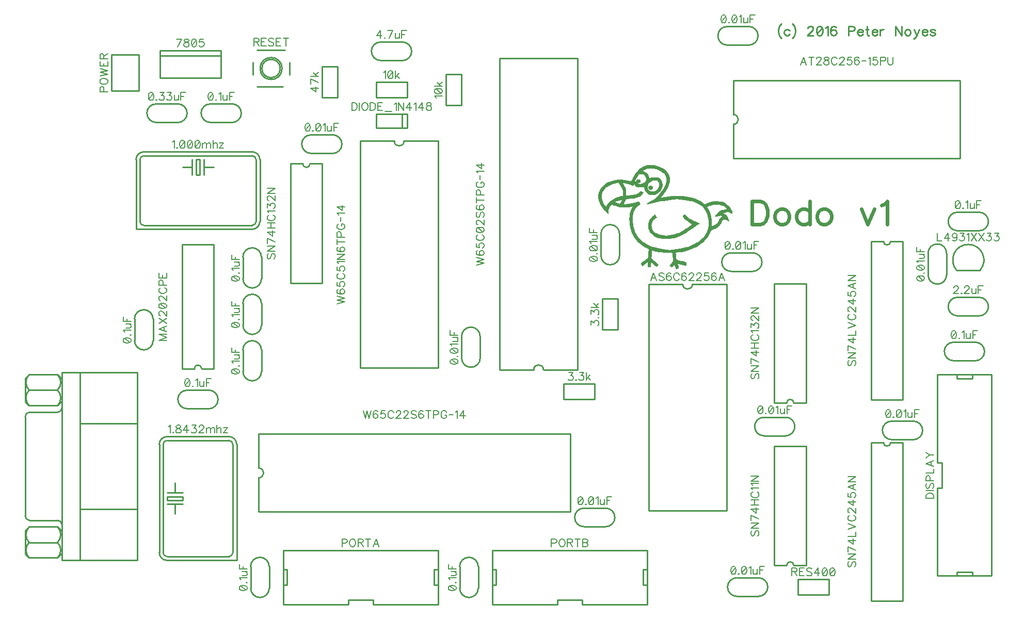
<source format=gbr>
G04 DipTrace 2.4.0.2*
%INTopSilk.gbr*%
%MOIN*%
%ADD10C,0.0098*%
%ADD12C,0.003*%
%ADD71C,0.0077*%
%ADD72C,0.0093*%
%ADD73C,0.0232*%
%FSLAX44Y44*%
G04*
G70*
G90*
G75*
G01*
%LNTopSilk*%
%LPD*%
X34725Y23801D2*
D10*
Y25199D1*
X33525Y23801D2*
Y25199D1*
X34725D2*
G03X33525Y25199I-600J1D01*
G01*
Y23801D2*
G03X34725Y23801I600J-1D01*
G01*
X32426Y6275D2*
X33824D1*
X32426Y7475D2*
X33824D1*
Y6275D2*
G03X33824Y7475I1J600D01*
G01*
X32426D2*
G03X32426Y6275I-1J-600D01*
G01*
X25725Y17176D2*
Y18574D1*
X24525Y17176D2*
Y18574D1*
X25725D2*
G03X24525Y18574I-600J1D01*
G01*
Y17176D2*
G03X25725Y17176I600J-1D01*
G01*
X43074Y38600D2*
X41676D1*
X43074Y37400D2*
X41676D1*
Y38600D2*
G03X41676Y37400I-1J-600D01*
G01*
X43074D2*
G03X43074Y38600I1J600D01*
G01*
X41926Y22775D2*
X43324D1*
X41926Y23975D2*
X43324D1*
Y22775D2*
G03X43324Y23975I1J600D01*
G01*
X41926D2*
G03X41926Y22775I-1J-600D01*
G01*
X16199Y31600D2*
X14801D1*
X16199Y30400D2*
X14801D1*
Y31600D2*
G03X14801Y30400I-1J-600D01*
G01*
X16199D2*
G03X16199Y31600I1J600D01*
G01*
X44051Y12150D2*
X45449D1*
X44051Y13350D2*
X45449D1*
Y12150D2*
G03X45449Y13350I1J600D01*
G01*
X44051D2*
G03X44051Y12150I-1J-600D01*
G01*
X56551Y25400D2*
X57949D1*
X56551Y26600D2*
X57949D1*
Y25400D2*
G03X57949Y26600I1J600D01*
G01*
X56551D2*
G03X56551Y25400I-1J-600D01*
G01*
X53699Y13100D2*
X52301D1*
X53699Y11900D2*
X52301D1*
Y13100D2*
G03X52301Y11900I-1J-600D01*
G01*
X53699D2*
G03X53699Y13100I1J600D01*
G01*
X55850Y22551D2*
Y23949D1*
X54650Y22551D2*
Y23949D1*
X55850D2*
G03X54650Y23949I-600J1D01*
G01*
Y22551D2*
G03X55850Y22551I600J-1D01*
G01*
X8199Y15100D2*
X6801D1*
X8199Y13900D2*
X6801D1*
Y15100D2*
G03X6801Y13900I-1J-600D01*
G01*
X8199D2*
G03X8199Y15100I1J600D01*
G01*
X43699Y2975D2*
X42301D1*
X43699Y1775D2*
X42301D1*
Y2975D2*
G03X42301Y1775I-1J-600D01*
G01*
X43699D2*
G03X43699Y2975I1J600D01*
G01*
X4801Y32400D2*
X6199D1*
X4801Y33600D2*
X6199D1*
Y32400D2*
G03X6199Y33600I1J600D01*
G01*
X4801D2*
G03X4801Y32400I-1J-600D01*
G01*
X12100Y2301D2*
Y3699D1*
X10900Y2301D2*
Y3699D1*
X12100D2*
G03X10900Y3699I-600J1D01*
G01*
Y2301D2*
G03X12100Y2301I600J-1D01*
G01*
X25600D2*
Y3699D1*
X24400Y2301D2*
Y3699D1*
X25600D2*
G03X24400Y3699I-600J1D01*
G01*
Y2301D2*
G03X25600Y2301I600J-1D01*
G01*
X57699Y18200D2*
X56301D1*
X57699Y17000D2*
X56301D1*
Y18200D2*
G03X56301Y17000I-1J-600D01*
G01*
X57699D2*
G03X57699Y18200I1J600D01*
G01*
X19301Y36400D2*
X20699D1*
X19301Y37600D2*
X20699D1*
Y36400D2*
G03X20699Y37600I1J600D01*
G01*
X19301D2*
G03X19301Y36400I-1J-600D01*
G01*
X4600Y18301D2*
Y19699D1*
X3400Y18301D2*
Y19699D1*
X4600D2*
G03X3400Y19699I-600J1D01*
G01*
Y18301D2*
G03X4600Y18301I600J-1D01*
G01*
X11600Y16301D2*
Y17699D1*
X10400Y16301D2*
Y17699D1*
X11600D2*
G03X10400Y17699I-600J1D01*
G01*
Y16301D2*
G03X11600Y16301I600J-1D01*
G01*
Y19301D2*
Y20699D1*
X10400Y19301D2*
Y20699D1*
X11600D2*
G03X10400Y20699I-600J1D01*
G01*
Y19301D2*
G03X11600Y19301I600J-1D01*
G01*
Y22301D2*
Y23699D1*
X10400Y22301D2*
Y23699D1*
X11600D2*
G03X10400Y23699I-600J1D01*
G01*
Y22301D2*
G03X11600Y22301I600J-1D01*
G01*
X9699Y33600D2*
X8301D1*
X9699Y32400D2*
X8301D1*
Y33600D2*
G03X8301Y32400I-1J-600D01*
G01*
X9699D2*
G03X9699Y33600I1J600D01*
G01*
X57949Y21100D2*
X56551D1*
X57949Y19900D2*
X56551D1*
Y21100D2*
G03X56551Y19900I-1J-600D01*
G01*
X57949D2*
G03X57949Y21100I1J600D01*
G01*
X21017Y32953D2*
Y32047D1*
X19007D1*
X20683Y32953D2*
Y32047D1*
X19007Y32953D2*
Y32047D1*
X21017Y32953D2*
X19007D1*
X32020Y16461D2*
Y36539D1*
X26980D1*
Y16461D2*
Y36539D1*
X32020Y16421D2*
X29815D1*
X26980D2*
X29185D1*
X29815D2*
G03X29185Y16421I-315J-1D01*
G01*
X11461Y7230D2*
X31539D1*
Y12270D1*
X11461D2*
X31539D1*
X11421Y7230D2*
Y9435D1*
Y12270D2*
Y10065D1*
Y9435D2*
G03X11421Y10065I-1J315D01*
G01*
X23012Y31198D2*
Y16552D1*
X17973D2*
X23012D1*
X17973Y31198D2*
Y16552D1*
Y31198D2*
X20177D1*
X23012D2*
X20807D1*
X20177D2*
G03X20807Y31198I315J0D01*
G01*
X42077Y35112D2*
X56723D1*
Y30073D2*
Y35112D1*
X42077Y30073D2*
X56723D1*
X42077D2*
Y32277D1*
Y35112D2*
Y32907D1*
Y32277D2*
G03X42077Y32907I0J315D01*
G01*
X41637Y21948D2*
Y7302D1*
X36598D2*
X41637D1*
X36598Y21948D2*
Y7302D1*
Y21948D2*
X38802D1*
X41637D2*
X39432D1*
X38802D2*
G03X39432Y21948I315J0D01*
G01*
X15524Y29733D2*
Y22017D1*
X13476D2*
X15524D1*
X13476Y29733D2*
Y22017D1*
Y29733D2*
X14264D1*
X15524D2*
X14736D1*
X14264D2*
G03X14736Y29733I236J0D01*
G01*
X44726Y14267D2*
Y21983D1*
X46774D2*
X44726D1*
X46774Y14267D2*
Y21983D1*
Y14267D2*
X45986D1*
X44726D2*
X45514D1*
X45986D2*
G03X45514Y14267I-236J0D01*
G01*
X56494Y22844D2*
G02X58006Y22844I756J666D01*
G01*
X56494D1*
X53024Y11718D2*
Y1482D1*
X50976D2*
X53024D1*
X50976Y11718D2*
Y1482D1*
Y11718D2*
X51764D1*
X53024D2*
X52236D1*
X51764D2*
G03X52236Y11718I236J1D01*
G01*
X53024Y24718D2*
Y14482D1*
X50976D2*
X53024D1*
X50976Y24718D2*
Y14482D1*
Y24718D2*
X51764D1*
X53024D2*
X52236D1*
X51764D2*
G03X52236Y24718I236J1D01*
G01*
X6476Y16484D2*
Y24516D1*
X8524D2*
X6476D1*
X8524Y16484D2*
Y24516D1*
Y16484D2*
X7736D1*
X6476D2*
X7264D1*
X7736D2*
G03X7264Y16484I-236J0D01*
G01*
X44726Y3767D2*
Y11483D1*
X46774D2*
X44726D1*
X46774Y3767D2*
Y11483D1*
Y3767D2*
X45986D1*
X44726D2*
X45514D1*
X45986D2*
G03X45514Y3767I-236J0D01*
G01*
X5031Y37063D2*
X8969D1*
Y35291D1*
X5031D1*
Y37063D1*
Y36709D2*
X8969D1*
X3669Y36768D2*
X1898D1*
Y34445D1*
X3669D1*
Y36768D1*
X-3408Y15104D2*
G03X-3408Y14098I523J-503D01*
G01*
Y16099D2*
G03X-3408Y15104I508J-497D01*
G01*
X-1575D2*
G03X-1575Y16099I-483J497D01*
G01*
Y14098D2*
G03X-1575Y15104I-498J503D01*
G01*
X-3408Y5258D2*
G03X-3408Y4264I508J-497D01*
G01*
Y6264D2*
G03X-3408Y5258I523J-503D01*
G01*
X-1575D2*
G03X-1575Y6264I-498J503D01*
G01*
Y4264D2*
G03X-1575Y5258I-483J497D01*
G01*
X-3386Y13673D2*
G03X-3662Y13394I6J-281D01*
G01*
X-1575Y13673D2*
G03X-1300Y13940I14J261D01*
G01*
X-3662Y6968D2*
G03X-3386Y6689I281J2D01*
G01*
X-1300Y6422D2*
G03X-1575Y6689I-261J6D01*
G01*
Y14098D2*
X-1322Y14352D1*
X-1575Y14098D2*
X-3408D1*
X-3662Y14352D1*
Y15856D1*
X-3408Y16099D1*
X-2908D2*
X-2988D1*
X-1575D2*
X-3408D1*
X-1322Y15856D2*
X-1575Y16099D1*
Y15104D2*
X-3408D1*
X-1575Y4264D2*
X-1322Y4506D1*
X-1575Y4264D2*
X-3408D1*
X-3662Y4506D1*
Y6010D1*
X-3408Y6264D1*
X-2908D2*
X-2988D1*
X-1575D2*
X-3408D1*
X-1322Y6010D2*
X-1575Y6264D1*
Y5258D2*
X-3408D1*
X-1575Y13673D2*
X-3386D1*
X-1575Y6689D2*
X-3386D1*
X3583Y7429D2*
X-119D1*
X-1300Y4118D2*
Y16244D1*
X3583Y12934D2*
X-119D1*
X3583Y4118D2*
Y16244D1*
X-3662Y6968D2*
Y13394D1*
X3583Y4118D2*
X-1300D1*
X3583Y16244D2*
X-1300D1*
X-119Y4118D2*
Y16244D1*
X13250Y2499D2*
X13000D1*
X13250Y3501D2*
Y2499D1*
Y3501D2*
X13000D1*
X23000Y2499D2*
X22750D1*
Y3501D2*
Y2499D1*
X23000Y3501D2*
X22750D1*
X13000Y4750D2*
Y1250D1*
X23000Y4750D2*
Y1250D1*
Y4750D2*
X13000D1*
X17200Y1551D2*
Y1250D1*
X18800Y1551D2*
X17200D1*
X18800D2*
Y1250D1*
X17200D2*
X13000D1*
X23000D2*
X18800D1*
X26750Y2499D2*
X26500D1*
X26750Y3501D2*
Y2499D1*
Y3501D2*
X26500D1*
X36500Y2499D2*
X36250D1*
Y3501D2*
Y2499D1*
X36500Y3501D2*
X36250D1*
X26500Y4750D2*
Y1250D1*
X36500Y4750D2*
Y1250D1*
Y4750D2*
X26500D1*
X30700Y1551D2*
Y1250D1*
X32300Y1551D2*
X30700D1*
X32300D2*
Y1250D1*
X30700D2*
X26500D1*
X36500D2*
X32300D1*
X56499Y3100D2*
Y3347D1*
X57501D2*
X56499D1*
X57501Y3100D2*
Y3347D1*
X56499Y15853D2*
Y16100D1*
X57501Y15853D2*
X56499D1*
X57501D2*
Y16100D1*
X58750D2*
X55250D1*
X58750Y3100D2*
X55250D1*
X58750D2*
Y16100D1*
X55551Y8794D2*
X55250D1*
X55551D2*
Y10406D1*
X55250D1*
Y3100D2*
Y8794D1*
Y10406D2*
Y16100D1*
X15500Y34002D2*
Y35998D1*
X16500D2*
X15500D1*
X16500Y34002D2*
Y35998D1*
Y34002D2*
X15500D1*
X19002Y35000D2*
X20998D1*
Y34000D2*
Y35000D1*
X19002Y34000D2*
X20998D1*
X19002D2*
Y35000D1*
X24500Y35498D2*
Y33502D1*
X23500D2*
X24500D1*
X23500Y35498D2*
Y33502D1*
Y35498D2*
X24500D1*
X31127Y15500D2*
X33123D1*
Y14500D2*
Y15500D1*
X31127Y14500D2*
X33123D1*
X31127D2*
Y15500D1*
X34625Y20998D2*
Y19002D1*
X33625D2*
X34625D1*
X33625Y20998D2*
Y19002D1*
Y20998D2*
X34625D1*
X48248Y1875D2*
X46252D1*
Y2875D2*
Y1875D1*
X48248Y2875D2*
X46252D1*
X48248D2*
Y1875D1*
X11512Y35886D2*
G02X11512Y35886I709J0D01*
G01*
X13126Y37067D2*
X11315D1*
X11039Y36280D2*
Y35492D1*
X11315Y34705D2*
X12968D1*
X13402Y35492D2*
Y36280D1*
X11630Y35886D2*
G02X11630Y35886I590J0D01*
G01*
X3500Y25500D2*
X11000D1*
X11500Y26000D2*
Y30000D1*
X11000Y30500D2*
X4000D1*
X3500Y25500D2*
Y30000D1*
X4000Y25750D2*
X11000D1*
X11250Y26000D2*
Y30000D1*
X11000Y30250D2*
X4000D1*
X3750Y30000D2*
Y26000D1*
X11000Y25500D2*
G03X11500Y26000I0J500D01*
G01*
X11000Y25750D2*
G03X11250Y26000I0J250D01*
G01*
X11000Y30250D2*
G02X11250Y30000I0J-250D01*
G01*
X11000Y30500D2*
G02X11500Y30000I0J-500D01*
G01*
X3750D2*
G02X4000Y30250I250J0D01*
G01*
X3500Y30000D2*
G02X4000Y30500I500J0D01*
G01*
X3750Y26000D2*
G03X4000Y25750I250J0D01*
G01*
X7370Y30000D2*
Y29000D1*
X7620D1*
Y30000D1*
X7370D1*
X7870D2*
Y29500D1*
X7130Y30000D2*
Y29500D1*
X7870D2*
X8500D1*
X7870D2*
Y29000D1*
X7130Y29500D2*
X6500D1*
X7130D2*
Y29000D1*
X10000Y4100D2*
Y11600D1*
X9500Y12100D2*
X5500D1*
X5000Y11600D2*
Y4600D1*
X10000Y4100D2*
X5500D1*
X9750Y4600D2*
Y11600D1*
X9500Y11850D2*
X5500D1*
X5250Y11600D2*
Y4600D1*
X5500Y4350D2*
X9500D1*
X10000Y11600D2*
G03X9500Y12100I-500J0D01*
G01*
X9750Y11600D2*
G03X9500Y11850I-250J0D01*
G01*
X5250Y11600D2*
G02X5500Y11850I250J0D01*
G01*
X5000Y11600D2*
G02X5500Y12100I500J0D01*
G01*
Y4350D2*
G02X5250Y4600I0J250D01*
G01*
X5500Y4100D2*
G02X5000Y4600I0J500D01*
G01*
X9500Y4350D2*
G03X9750Y4600I0J250D01*
G01*
X5500Y7970D2*
X6500D1*
Y8220D1*
X5500D1*
Y7970D1*
Y8470D2*
X6000D1*
X5500Y7730D2*
X6000D1*
Y8470D2*
Y9100D1*
Y8470D2*
X6500D1*
X6000Y7730D2*
Y7100D1*
Y7730D2*
X6500D1*
X36505Y29640D2*
D12*
X36955D1*
X36416Y29610D2*
X37055D1*
X36332Y29580D2*
X37152D1*
X36259Y29550D2*
X37239D1*
X36197Y29520D2*
X37312D1*
X36145Y29490D2*
X37376D1*
X36100Y29460D2*
X36609D1*
X36817D2*
X37435D1*
X36061Y29430D2*
X36493D1*
X36959D2*
X37491D1*
X36024Y29400D2*
X36402D1*
X37074D2*
X37542D1*
X35989Y29370D2*
X36331D1*
X37166D2*
X37589D1*
X35958Y29340D2*
X36272D1*
X37243D2*
X37631D1*
X35930Y29310D2*
X36221D1*
X37309D2*
X37669D1*
X35902Y29280D2*
X36175D1*
X37367D2*
X37702D1*
X35874Y29250D2*
X36249D1*
X37417D2*
X37734D1*
X35846Y29220D2*
X36320D1*
X37461D2*
X37763D1*
X35820Y29190D2*
X36381D1*
X37504D2*
X37790D1*
X35797Y29160D2*
X36429D1*
X37543D2*
X37812D1*
X35775Y29130D2*
X36467D1*
X37578D2*
X37830D1*
X35751Y29100D2*
X36497D1*
X37608D2*
X37847D1*
X35728Y29070D2*
X36521D1*
X37632D2*
X37862D1*
X35708Y29040D2*
X35929D1*
X36295D2*
X36540D1*
X37654D2*
X37877D1*
X35690Y29010D2*
X35917D1*
X36324D2*
X36556D1*
X37674D2*
X37891D1*
X35672Y28980D2*
X35898D1*
X36350D2*
X36571D1*
X37690D2*
X37904D1*
X35654Y28950D2*
X35877D1*
X36372D2*
X36583D1*
X37702D2*
X37914D1*
X35634Y28920D2*
X35857D1*
X36389D2*
X36594D1*
X37714D2*
X37925D1*
X35616Y28890D2*
X35839D1*
X36403D2*
X36605D1*
X37725D2*
X37934D1*
X35600Y28860D2*
X35823D1*
X36414D2*
X36615D1*
X36895D2*
X37105D1*
X37735D2*
X37940D1*
X35587Y28830D2*
X35808D1*
X36425D2*
X36626D1*
X36786D2*
X37187D1*
X37745D2*
X37943D1*
X35576Y28800D2*
X35792D1*
X36434D2*
X36639D1*
X36676D2*
X37252D1*
X37754D2*
X37944D1*
X35564Y28770D2*
X35774D1*
X36440D2*
X37300D1*
X37760D2*
X37945D1*
X35551Y28740D2*
X35754D1*
X36442D2*
X37338D1*
X37763D2*
X37945D1*
X34645Y28710D2*
D3*
X34705D2*
X34825D1*
X35536D2*
X35735D1*
X35845D2*
X36025D1*
X36439D2*
X37368D1*
X37764D2*
X37945D1*
X34472Y28680D2*
X35032D1*
X35517D2*
X35715D1*
X35826D2*
X36039D1*
X36431D2*
X37391D1*
X37763D2*
X37945D1*
X34328Y28650D2*
X35218D1*
X35492D2*
X35695D1*
X35806D2*
X36047D1*
X36420D2*
X36799D1*
X37165D2*
X37409D1*
X37760D2*
X37945D1*
X34215Y28620D2*
X35396D1*
X35433D2*
X35725D1*
X35785D2*
X36052D1*
X36406D2*
X36758D1*
X37194D2*
X37423D1*
X37753D2*
X37945D1*
X34127Y28590D2*
X36052D1*
X36391D2*
X36713D1*
X37219D2*
X37434D1*
X37745D2*
X37944D1*
X34054Y28560D2*
X35769D1*
X35801D2*
X36048D1*
X36372D2*
X36670D1*
X37238D2*
X37445D1*
X37739D2*
X37940D1*
X33988Y28530D2*
X36019D1*
X36348D2*
X36633D1*
X37252D2*
X37454D1*
X37732D2*
X37933D1*
X33927Y28500D2*
X34517D1*
X34645D2*
X34885D1*
X34982D2*
X35940D1*
X36314D2*
X36603D1*
X37264D2*
X37460D1*
X37724D2*
X37924D1*
X33872Y28470D2*
X34383D1*
X34674D2*
X34914D1*
X35145D2*
X35845D1*
X36263D2*
X36580D1*
X37274D2*
X37463D1*
X37715D2*
X37915D1*
X33824Y28440D2*
X34276D1*
X34700D2*
X34940D1*
X35278D2*
X35933D1*
X36179D2*
X36562D1*
X37280D2*
X37464D1*
X37709D2*
X37905D1*
X33783Y28410D2*
X34189D1*
X34723D2*
X34962D1*
X35383D2*
X36045D1*
X36053D2*
X36549D1*
X37283D2*
X37465D1*
X37702D2*
X37895D1*
X33748Y28380D2*
X34115D1*
X34745D2*
X34980D1*
X35468D2*
X35605D1*
X35703D2*
X36540D1*
X37283D2*
X37465D1*
X37692D2*
X37885D1*
X33716Y28350D2*
X34050D1*
X34769D2*
X34997D1*
X35545D2*
X35605D1*
X35725D2*
X36533D1*
X37280D2*
X37465D1*
X37679D2*
X37874D1*
X33685Y28320D2*
X33993D1*
X34792D2*
X35012D1*
X35755D2*
X36524D1*
X36655D2*
X36775D1*
X37273D2*
X37465D1*
X37663D2*
X37861D1*
X33655Y28290D2*
X33943D1*
X34812D2*
X35027D1*
X35795D2*
X36516D1*
X36630D2*
X36804D1*
X37265D2*
X37464D1*
X37645D2*
X37848D1*
X33625Y28260D2*
X33900D1*
X34830D2*
X35042D1*
X35847D2*
X36510D1*
X36607D2*
X36829D1*
X37259D2*
X37460D1*
X37630D2*
X37836D1*
X33595Y28230D2*
X33861D1*
X34847D2*
X35057D1*
X35905D2*
X36205D1*
X36325D2*
X36508D1*
X36586D2*
X36846D1*
X37252D2*
X37453D1*
X37616D2*
X37826D1*
X33566Y28200D2*
X33828D1*
X34862D2*
X35071D1*
X36325D2*
X36511D1*
X36565D2*
X36858D1*
X37242D2*
X37444D1*
X37601D2*
X37814D1*
X33540Y28170D2*
X33796D1*
X34877D2*
X35083D1*
X36326D2*
X36518D1*
X36585D2*
X36858D1*
X37229D2*
X37435D1*
X37583D2*
X37800D1*
X33517Y28140D2*
X33765D1*
X34891D2*
X35090D1*
X36330D2*
X36526D1*
X36606D2*
X36845D1*
X37212D2*
X37424D1*
X37564D2*
X37783D1*
X33496Y28110D2*
X33736D1*
X34904D2*
X35098D1*
X36337D2*
X36536D1*
X36630D2*
X36812D1*
X37189D2*
X37411D1*
X37545D2*
X37764D1*
X33476Y28080D2*
X33710D1*
X34914D2*
X35106D1*
X36346D2*
X36551D1*
X36655D2*
X36775D1*
X37161D2*
X37397D1*
X37525D2*
X37746D1*
X33460Y28050D2*
X33687D1*
X34925D2*
X35115D1*
X36356D2*
X36573D1*
X37129D2*
X37381D1*
X37505D2*
X37729D1*
X33447Y28020D2*
X33666D1*
X34934D2*
X35120D1*
X36370D2*
X36601D1*
X37089D2*
X37362D1*
X37484D2*
X37712D1*
X33435Y27990D2*
X33645D1*
X34940D2*
X35123D1*
X36387D2*
X36645D1*
X37036D2*
X37339D1*
X37461D2*
X37693D1*
X33421Y27960D2*
X33625D1*
X34943D2*
X35124D1*
X36055D2*
D3*
X36406D2*
X36722D1*
X36954D2*
X37312D1*
X37438D2*
X37670D1*
X33408Y27930D2*
X33606D1*
X34944D2*
X35125D1*
X36039D2*
X36145D1*
X36426D2*
X36841D1*
X36831D2*
X37283D1*
X37416D2*
X37648D1*
X33396Y27900D2*
X33590D1*
X34945D2*
X35125D1*
X36017D2*
X36191D1*
X36450D2*
X37248D1*
X37395D2*
X37626D1*
X33386Y27870D2*
X33578D1*
X34945D2*
X35125D1*
X35992D2*
X36235D1*
X36479D2*
X37207D1*
X37370D2*
X37606D1*
X33375Y27840D2*
X33571D1*
X34945D2*
X35125D1*
X35961D2*
X36215D1*
X36512D2*
X37160D1*
X37343D2*
X37585D1*
X33366Y27810D2*
X33566D1*
X34945D2*
X35125D1*
X35921D2*
X36194D1*
X36554D2*
X37108D1*
X37315D2*
X37565D1*
X33360Y27780D2*
X33561D1*
X34945D2*
X35125D1*
X35859D2*
X36170D1*
X36603D2*
X37049D1*
X37290D2*
X37544D1*
X33357Y27750D2*
X33553D1*
X34945D2*
X35125D1*
X35748D2*
X36143D1*
X36655D2*
X36985D1*
X37267D2*
X37520D1*
X33356Y27720D2*
X33545D1*
X34942D2*
X35125D1*
X35549D2*
X36114D1*
X37245D2*
X37493D1*
X33355Y27690D2*
X33540D1*
X34935D2*
X35125D1*
X35246D2*
X36083D1*
X37220D2*
X37465D1*
X33355Y27660D2*
X33537D1*
X34898D2*
X36048D1*
X37193D2*
X37440D1*
X33355Y27630D2*
X33536D1*
X34813D2*
X36004D1*
X37164D2*
X37417D1*
X38155D2*
X38785D1*
X33355Y27600D2*
X33536D1*
X34714D2*
X35943D1*
X37135D2*
X37395D1*
X37889D2*
X39008D1*
X33355Y27570D2*
X33540D1*
X34617D2*
X35859D1*
X37105D2*
X37371D1*
X37650D2*
X39197D1*
X33355Y27540D2*
X33547D1*
X34530D2*
X35753D1*
X37075D2*
X37345D1*
X37434D2*
X39348D1*
X33356Y27510D2*
X33555D1*
X34454D2*
X35635D1*
X37044D2*
X39470D1*
X33360Y27480D2*
X33560D1*
X34388D2*
X35245D1*
X37009D2*
X39569D1*
X33367Y27450D2*
X33564D1*
X34332D2*
X35095D1*
X36968D2*
X38305D1*
X38634D2*
X39654D1*
X33375Y27420D2*
X33569D1*
X34281D2*
X34798D1*
X34891D2*
X35085D1*
X36922D2*
X37953D1*
X38894D2*
X39728D1*
X33381Y27390D2*
X33578D1*
X34234D2*
X34688D1*
X34872D2*
X35075D1*
X36874D2*
X37736D1*
X39103D2*
X39793D1*
X33388Y27360D2*
X33590D1*
X34189D2*
X34592D1*
X34858D2*
X35065D1*
X36824D2*
X37540D1*
X39264D2*
X39849D1*
X33398Y27330D2*
X33602D1*
X34148D2*
X34512D1*
X34846D2*
X35054D1*
X36771D2*
X37367D1*
X39391D2*
X39899D1*
X33410Y27300D2*
X33614D1*
X34111D2*
X34441D1*
X34835D2*
X35041D1*
X36718D2*
X37213D1*
X39496D2*
X39947D1*
X40825D2*
D3*
X40885D2*
X41065D1*
X41125D2*
D3*
X33422Y27270D2*
X33624D1*
X34077D2*
X34375D1*
X34825D2*
X35027D1*
X35905D2*
X35965D1*
X36666D2*
X37073D1*
X39585D2*
X39995D1*
X40671D2*
X41335D1*
X33434Y27240D2*
X33636D1*
X34046D2*
X34438D1*
X34814D2*
X35012D1*
X35788D2*
X35990D1*
X36616D2*
X36937D1*
X39661D2*
X40041D1*
X40543D2*
X41414D1*
X33444Y27210D2*
X33649D1*
X34015D2*
X34510D1*
X34797D2*
X34999D1*
X35667D2*
X36011D1*
X36566D2*
X36802D1*
X39729D2*
X40082D1*
X40446D2*
X41483D1*
X33456Y27180D2*
X33663D1*
X33986D2*
X34603D1*
X34776D2*
X34987D1*
X35525D2*
X36028D1*
X36519D2*
X36667D1*
X39787D2*
X40121D1*
X40371D2*
X41541D1*
X33470Y27150D2*
X33679D1*
X33960D2*
X34722D1*
X34729D2*
X34980D1*
X35334D2*
X36042D1*
X36475D2*
X36535D1*
X39838D2*
X40163D1*
X40305D2*
X41588D1*
X33487Y27120D2*
X33698D1*
X33938D2*
X34196D1*
X34255D2*
X34975D1*
X35082D2*
X36017D1*
X39886D2*
X40208D1*
X40237D2*
X41627D1*
X33506Y27090D2*
X33720D1*
X33920D2*
X34170D1*
X34316D2*
X35982D1*
X39931D2*
X40682D1*
X41258D2*
X41662D1*
X33524Y27060D2*
X33743D1*
X33903D2*
X34147D1*
X34381D2*
X35941D1*
X39972D2*
X40581D1*
X41345D2*
X41694D1*
X33541Y27030D2*
X33765D1*
X33888D2*
X34125D1*
X34453D2*
X35899D1*
X40009D2*
X40498D1*
X41412D2*
X41725D1*
X33558Y27000D2*
X33791D1*
X33872D2*
X34101D1*
X34533D2*
X35862D1*
X40043D2*
X40435D1*
X41465D2*
X41755D1*
X33576Y26970D2*
X33826D1*
X33854D2*
X34079D1*
X34618D2*
X35455D1*
X35580D2*
X35833D1*
X40074D2*
X40387D1*
X41507D2*
X41785D1*
X33596Y26940D2*
X34061D1*
X34705D2*
X35305D1*
X35558D2*
X35807D1*
X40105D2*
X40345D1*
X41545D2*
X41814D1*
X33615Y26910D2*
X34048D1*
X35540D2*
X35781D1*
X40134D2*
X40370D1*
X41581D2*
X41840D1*
X33636Y26880D2*
X34035D1*
X35523D2*
X35754D1*
X40160D2*
X40393D1*
X41612D2*
X41862D1*
X33659Y26850D2*
X34021D1*
X35508D2*
X35729D1*
X40183D2*
X40414D1*
X41639D2*
X41880D1*
X33682Y26820D2*
X34008D1*
X35493D2*
X35708D1*
X40204D2*
X40434D1*
X41665D2*
X41897D1*
X33704Y26790D2*
X33997D1*
X35479D2*
X35690D1*
X40225D2*
X40450D1*
X41529D2*
X41912D1*
X33725Y26760D2*
X33991D1*
X35466D2*
X35673D1*
X40244D2*
X40463D1*
X41413D2*
X41927D1*
X33750Y26730D2*
X33987D1*
X35456D2*
X35658D1*
X40261D2*
X40475D1*
X41324D2*
X41941D1*
X33778Y26700D2*
X33986D1*
X35445D2*
X35643D1*
X40278D2*
X40489D1*
X41256D2*
X41954D1*
X33811Y26670D2*
X33985D1*
X35435D2*
X35629D1*
X40296D2*
X40503D1*
X41203D2*
X41964D1*
X33847Y26640D2*
X33985D1*
X35425D2*
X35616D1*
X40315D2*
X40518D1*
X41159D2*
X41975D1*
X33885Y26610D2*
X33985D1*
X35415D2*
X35606D1*
X40330D2*
X40532D1*
X41117D2*
X41586D1*
X41815D2*
X41984D1*
X33920Y26580D2*
X33985D1*
X35405D2*
X35595D1*
X40343D2*
X40544D1*
X41081D2*
X41487D1*
X41875D2*
X41990D1*
X33953Y26550D2*
X33985D1*
X35395D2*
X35586D1*
X40354D2*
X40554D1*
X41053D2*
X41395D1*
X41935D2*
X41993D1*
X33985Y26520D2*
D3*
X35385D2*
X35580D1*
X40365D2*
X40565D1*
X41027D2*
X41449D1*
X41995D2*
D3*
X35376Y26490D2*
X35576D1*
X40375D2*
X40574D1*
X41001D2*
X41497D1*
X35370Y26460D2*
X35571D1*
X40385D2*
X40581D1*
X40973D2*
X41537D1*
X35367Y26430D2*
X35563D1*
X37015D2*
D3*
X38875D2*
X38935D1*
X40395D2*
X40588D1*
X40946D2*
X41570D1*
X35366Y26400D2*
X35555D1*
X36957D2*
X37015D1*
X38841D2*
X38972D1*
X40405D2*
X40596D1*
X40921D2*
X41599D1*
X35365Y26370D2*
X35550D1*
X36909D2*
X37040D1*
X38811D2*
X39007D1*
X40415D2*
X40605D1*
X40901D2*
X41125D1*
X41305D2*
X41622D1*
X35365Y26340D2*
X35547D1*
X36868D2*
X37063D1*
X38800D2*
X39042D1*
X40424D2*
X40610D1*
X40885D2*
X40975D1*
X41395D2*
X41644D1*
X35365Y26310D2*
X35546D1*
X36830D2*
X37084D1*
X38808D2*
X39078D1*
X40430D2*
X40614D1*
X41341D2*
X41665D1*
X35364Y26280D2*
X35545D1*
X36798D2*
X37105D1*
X38835D2*
X39113D1*
X40434D2*
X40619D1*
X41293D2*
X41684D1*
X35360Y26250D2*
X35545D1*
X36770D2*
X37060D1*
X38865D2*
X39148D1*
X40439D2*
X40627D1*
X41253D2*
X41700D1*
X35354Y26220D2*
X35545D1*
X36744D2*
X37018D1*
X38894D2*
X39187D1*
X40447D2*
X40635D1*
X41220D2*
X41713D1*
X35350Y26190D2*
X35545D1*
X36719D2*
X36977D1*
X38926D2*
X39226D1*
X40455D2*
X40640D1*
X41192D2*
X41724D1*
X35352Y26160D2*
X35545D1*
X36698D2*
X36941D1*
X38959D2*
X39266D1*
X40460D2*
X40643D1*
X41173D2*
X41461D1*
X41540D2*
X41735D1*
X35357Y26130D2*
X35545D1*
X36680D2*
X36913D1*
X38993D2*
X39311D1*
X40463D2*
X40644D1*
X41158D2*
X41415D1*
X41593D2*
X41745D1*
X35361Y26100D2*
X35545D1*
X36663D2*
X36888D1*
X39029D2*
X39364D1*
X40464D2*
X40645D1*
X41145D2*
X41378D1*
X41645D2*
X41756D1*
X35363Y26070D2*
X35545D1*
X36648D2*
X36866D1*
X39067D2*
X39424D1*
X40465D2*
X40645D1*
X41131D2*
X41351D1*
X41699D2*
X41769D1*
X35364Y26040D2*
X35545D1*
X36633D2*
X36847D1*
X39106D2*
X39494D1*
X40465D2*
X40645D1*
X41117D2*
X41327D1*
X41755D2*
X41785D1*
X35365Y26010D2*
X35545D1*
X36619D2*
X36829D1*
X39146D2*
X39569D1*
X40465D2*
X40645D1*
X41101D2*
X41307D1*
X35365Y25980D2*
X35546D1*
X36607D2*
X36813D1*
X39191D2*
X39645D1*
X40465D2*
X40645D1*
X41084D2*
X41290D1*
X35365Y25950D2*
X35550D1*
X36600D2*
X36799D1*
X39242D2*
X39721D1*
X40465D2*
X40645D1*
X41064D2*
X41277D1*
X35365Y25920D2*
X35557D1*
X36592D2*
X36788D1*
X39297D2*
X39794D1*
X40465D2*
X40645D1*
X41045D2*
X41265D1*
X35366Y25890D2*
X35565D1*
X36584D2*
X36781D1*
X39350D2*
X39865D1*
X40465D2*
X40645D1*
X41023D2*
X41250D1*
X35370Y25860D2*
X35570D1*
X36575D2*
X36776D1*
X39399D2*
X39824D1*
X40465D2*
X40645D1*
X40995D2*
X41232D1*
X35377Y25830D2*
X35573D1*
X36570D2*
X36771D1*
X39445D2*
X39781D1*
X40465D2*
X40645D1*
X40959D2*
X41210D1*
X35385Y25800D2*
X35574D1*
X36567D2*
X36764D1*
X39397D2*
X39737D1*
X40465D2*
X40645D1*
X40918D2*
X41187D1*
X35390Y25770D2*
X35576D1*
X36566D2*
X36760D1*
X39350D2*
X39692D1*
X40465D2*
X40649D1*
X40867D2*
X41165D1*
X35394Y25740D2*
X35580D1*
X36565D2*
X36762D1*
X39307D2*
X39647D1*
X40465D2*
X40657D1*
X40801D2*
X41140D1*
X35399Y25710D2*
X35587D1*
X36565D2*
X36767D1*
X39266D2*
X39602D1*
X40465D2*
X40692D1*
X40714D2*
X41108D1*
X35407Y25680D2*
X35595D1*
X36566D2*
X36771D1*
X39224D2*
X39557D1*
X40464D2*
X41072D1*
X35415Y25650D2*
X35601D1*
X36570D2*
X36773D1*
X39181D2*
X39513D1*
X40460D2*
X41034D1*
X35421Y25620D2*
X35608D1*
X36577D2*
X36775D1*
X39137D2*
X39469D1*
X40453D2*
X40992D1*
X35428Y25590D2*
X35616D1*
X36585D2*
X36780D1*
X39092D2*
X39426D1*
X40445D2*
X40943D1*
X35436Y25560D2*
X35626D1*
X36591D2*
X36788D1*
X39047D2*
X39386D1*
X40439D2*
X40882D1*
X35445Y25530D2*
X35635D1*
X36598D2*
X36800D1*
X39002D2*
X39344D1*
X40432D2*
X40808D1*
X35451Y25500D2*
X35645D1*
X36608D2*
X36814D1*
X38958D2*
X39300D1*
X40422D2*
X40731D1*
X35458Y25470D2*
X35655D1*
X36620D2*
X36829D1*
X38912D2*
X39253D1*
X40410D2*
X40666D1*
X35466Y25440D2*
X35665D1*
X36632D2*
X36847D1*
X38867D2*
X39205D1*
X40398D2*
X40617D1*
X35476Y25410D2*
X35675D1*
X36644D2*
X36867D1*
X38821D2*
X39160D1*
X40386D2*
X40599D1*
X35485Y25380D2*
X35685D1*
X36656D2*
X36890D1*
X38772D2*
X39117D1*
X40376D2*
X40586D1*
X35495Y25350D2*
X35695D1*
X36671D2*
X36918D1*
X38719D2*
X39075D1*
X40364D2*
X40574D1*
X35505Y25320D2*
X35706D1*
X36692D2*
X36951D1*
X38661D2*
X39031D1*
X40351D2*
X40561D1*
X35515Y25290D2*
X35719D1*
X36718D2*
X36989D1*
X38599D2*
X38987D1*
X40337D2*
X40547D1*
X35526Y25260D2*
X35733D1*
X36746D2*
X37032D1*
X38531D2*
X38941D1*
X40322D2*
X40532D1*
X35539Y25230D2*
X35749D1*
X36775D2*
X37084D1*
X38457D2*
X38892D1*
X40307D2*
X40517D1*
X35553Y25200D2*
X35767D1*
X36805D2*
X37145D1*
X38375D2*
X38839D1*
X40291D2*
X40502D1*
X35568Y25170D2*
X35786D1*
X36836D2*
X37221D1*
X38275D2*
X38782D1*
X40274D2*
X40488D1*
X35583Y25140D2*
X35805D1*
X36871D2*
X37329D1*
X38145D2*
X38723D1*
X40254D2*
X40472D1*
X35599Y25110D2*
X35825D1*
X36912D2*
X37499D1*
X37958D2*
X38658D1*
X40235D2*
X40457D1*
X35616Y25080D2*
X35845D1*
X36960D2*
X37746D1*
X37702D2*
X38587D1*
X40214D2*
X40441D1*
X35636Y25050D2*
X35865D1*
X37013D2*
X38510D1*
X40190D2*
X40423D1*
X35655Y25020D2*
X35885D1*
X37075D2*
X38427D1*
X40164D2*
X40400D1*
X35675Y24990D2*
X35905D1*
X37151D2*
X38335D1*
X40138D2*
X40378D1*
X35695Y24960D2*
X35926D1*
X37243D2*
X38231D1*
X40112D2*
X40356D1*
X35715Y24930D2*
X35950D1*
X37349D2*
X38120D1*
X40083D2*
X40335D1*
X35736Y24900D2*
X35978D1*
X37465D2*
X38005D1*
X40050D2*
X40310D1*
X35759Y24870D2*
X36006D1*
X40018D2*
X40283D1*
X35783Y24840D2*
X36036D1*
X39986D2*
X40254D1*
X35808Y24810D2*
X36070D1*
X39955D2*
X40225D1*
X35834Y24780D2*
X36106D1*
X39924D2*
X40195D1*
X35862Y24750D2*
X36141D1*
X39890D2*
X40165D1*
X35890Y24720D2*
X36174D1*
X39852D2*
X40135D1*
X35918Y24690D2*
X36209D1*
X39809D2*
X40104D1*
X35947Y24660D2*
X36248D1*
X39762D2*
X40070D1*
X35981Y24630D2*
X36290D1*
X39710D2*
X40033D1*
X36018Y24600D2*
X36335D1*
X39657D2*
X39994D1*
X36056Y24570D2*
X36384D1*
X39605D2*
X39955D1*
X36096Y24540D2*
X36439D1*
X39551D2*
X39914D1*
X36139Y24510D2*
X36497D1*
X39491D2*
X39871D1*
X36183Y24480D2*
X36557D1*
X39429D2*
X39827D1*
X36229Y24450D2*
X36621D1*
X39362D2*
X39781D1*
X36277Y24420D2*
X36693D1*
X39287D2*
X39732D1*
X36326Y24390D2*
X36768D1*
X39206D2*
X39679D1*
X36375Y24360D2*
X36849D1*
X39116D2*
X39621D1*
X36426Y24330D2*
X36937D1*
X39015D2*
X39559D1*
X36479Y24300D2*
X37040D1*
X38902D2*
X39491D1*
X36530Y24270D2*
X37166D1*
X38769D2*
X39419D1*
X36570Y24240D2*
X37327D1*
X38601D2*
X39342D1*
X36600Y24210D2*
X37528D1*
X38396D2*
X39262D1*
X36603Y24180D2*
X37760D1*
X38161D2*
X39178D1*
X36601Y24150D2*
X39085D1*
X36598Y24120D2*
X36775D1*
X36958D2*
X38978D1*
X36596Y24090D2*
X36775D1*
X37090D2*
X38853D1*
X36596Y24060D2*
X36775D1*
X37243D2*
X38698D1*
X36595Y24030D2*
X36775D1*
X37422D2*
X38511D1*
X36595Y24000D2*
X36775D1*
X37615D2*
X38305D1*
X36595Y23970D2*
X36775D1*
X38119D2*
X38319D1*
X36595Y23940D2*
X36775D1*
X38137D2*
X38327D1*
X36595Y23910D2*
X36775D1*
X38147D2*
X38332D1*
X36594Y23880D2*
X36775D1*
X38152D2*
X38334D1*
X36590Y23850D2*
X36775D1*
X38154D2*
X38335D1*
X36583Y23820D2*
X36775D1*
X38155D2*
X38335D1*
X36575Y23790D2*
X36775D1*
X38155D2*
X38335D1*
X36570Y23760D2*
X36774D1*
X38155D2*
X38336D1*
X36567Y23730D2*
X36770D1*
X38156D2*
X38340D1*
X36564Y23700D2*
X36763D1*
X38160D2*
X38347D1*
X36561Y23670D2*
X36758D1*
X38167D2*
X38355D1*
X36545Y23640D2*
X36757D1*
X38175D2*
X38360D1*
X36511Y23610D2*
X36777D1*
X38180D2*
X38363D1*
X36470Y23580D2*
X36804D1*
X38183D2*
X38366D1*
X36428Y23550D2*
X36835D1*
X38184D2*
X38382D1*
X36386Y23520D2*
X36869D1*
X38185D2*
X38441D1*
X36344Y23490D2*
X36907D1*
X38184D2*
X38530D1*
X36301Y23460D2*
X36945D1*
X38179D2*
X38639D1*
X36257Y23430D2*
X36981D1*
X38167D2*
X38756D1*
X36213Y23400D2*
X37018D1*
X38147D2*
X38867D1*
X36170Y23370D2*
X37056D1*
X38123D2*
X38955D1*
X36135Y23340D2*
X36444D1*
X36535D2*
X36751D1*
X36805D2*
X37095D1*
X38099D2*
X39026D1*
X36109Y23310D2*
X36410D1*
X36535D2*
X36733D1*
X36835D2*
X37130D1*
X38077D2*
X39030D1*
X36109Y23280D2*
X36372D1*
X36535D2*
X36723D1*
X36866D2*
X37163D1*
X38055D2*
X38456D1*
X38539D2*
X39029D1*
X36125Y23250D2*
X36330D1*
X36535D2*
X36718D1*
X36900D2*
X37194D1*
X38030D2*
X38460D1*
X38677D2*
X39027D1*
X36144Y23220D2*
X36287D1*
X36535D2*
X36716D1*
X36937D2*
X37225D1*
X38003D2*
X38468D1*
X38807D2*
X39026D1*
X36161Y23190D2*
X36246D1*
X36535D2*
X36715D1*
X36975D2*
X37195D1*
X37974D2*
X38220D1*
X38269D2*
X38480D1*
X38935D2*
X39025D1*
X36175Y23160D2*
X36205D1*
X36535D2*
X36715D1*
X37010D2*
X37165D1*
X37945D2*
X38197D1*
X38288D2*
X38492D1*
X36535Y23130D2*
X36715D1*
X37043D2*
X37135D1*
X37986D2*
X38175D1*
X38302D2*
X38504D1*
X36535Y23100D2*
X36715D1*
X37075D2*
X37105D1*
X38026D2*
X38151D1*
X38314D2*
X38514D1*
X36535Y23070D2*
X36715D1*
X38065D2*
X38125D1*
X38325D2*
X38523D1*
X38335Y23040D2*
X38530D1*
X38345Y23010D2*
X38524D1*
X38356Y22980D2*
X38463D1*
X38365Y22950D2*
X38395D1*
X36505Y29640D2*
X36416Y29610D1*
X36332Y29580D1*
X36259Y29550D1*
X36197Y29520D1*
X36145Y29490D1*
X36100Y29460D1*
X36061Y29430D1*
X36024Y29400D1*
X35989Y29370D1*
X35958Y29340D1*
X35930Y29310D1*
X35902Y29280D1*
X35874Y29250D1*
X35846Y29220D1*
X35820Y29190D1*
X35797Y29160D1*
X35775Y29130D1*
X35751Y29100D1*
X35728Y29070D1*
X35708Y29040D1*
X35690Y29010D1*
X35672Y28980D1*
X35654Y28950D1*
X35634Y28920D1*
X35616Y28890D1*
X35600Y28860D1*
X35587Y28830D1*
X35576Y28800D1*
X35564Y28770D1*
X35551Y28740D1*
X35536Y28710D1*
X35517Y28680D1*
X35492Y28650D1*
X35433Y28620D1*
X35365Y28590D1*
X36955Y29640D2*
X37055Y29610D1*
X37152Y29580D1*
X37239Y29550D1*
X37312Y29520D1*
X37376Y29490D1*
X37435Y29460D1*
X37491Y29430D1*
X37542Y29400D1*
X37589Y29370D1*
X37631Y29340D1*
X37669Y29310D1*
X37702Y29280D1*
X37734Y29250D1*
X37763Y29220D1*
X37790Y29190D1*
X37812Y29160D1*
X37830Y29130D1*
X37847Y29100D1*
X37862Y29070D1*
X37877Y29040D1*
X37891Y29010D1*
X37904Y28980D1*
X37914Y28950D1*
X37925Y28920D1*
X37934Y28890D1*
X37940Y28860D1*
X37943Y28830D1*
X37944Y28800D1*
X37945Y28770D1*
Y28740D1*
Y28710D1*
Y28680D1*
Y28650D1*
Y28620D1*
X37944Y28590D1*
X37940Y28560D1*
X37933Y28530D1*
X37924Y28500D1*
X37915Y28470D1*
X37905Y28440D1*
X37895Y28410D1*
X37885Y28380D1*
X37874Y28350D1*
X37861Y28320D1*
X37848Y28290D1*
X37836Y28260D1*
X37826Y28230D1*
X37814Y28200D1*
X37800Y28170D1*
X37783Y28140D1*
X37764Y28110D1*
X37746Y28080D1*
X37729Y28050D1*
X37712Y28020D1*
X37693Y27990D1*
X37670Y27960D1*
X37648Y27930D1*
X37626Y27900D1*
X37606Y27870D1*
X37585Y27840D1*
X37565Y27810D1*
X37544Y27780D1*
X37520Y27750D1*
X37493Y27720D1*
X37465Y27690D1*
X37440Y27660D1*
X37417Y27630D1*
X37395Y27600D1*
X37371Y27570D1*
X37345Y27540D1*
X37375Y27510D1*
X36745Y29490D2*
X36609Y29460D1*
X36493Y29430D1*
X36402Y29400D1*
X36331Y29370D1*
X36272Y29340D1*
X36221Y29310D1*
X36175Y29280D1*
X36249Y29250D1*
X36320Y29220D1*
X36381Y29190D1*
X36429Y29160D1*
X36467Y29130D1*
X36497Y29100D1*
X36521Y29070D1*
X36540Y29040D1*
X36556Y29010D1*
X36571Y28980D1*
X36583Y28950D1*
X36594Y28920D1*
X36605Y28890D1*
X36615Y28860D1*
X36626Y28830D1*
X36639Y28800D1*
X36655Y28770D1*
Y29490D2*
X36817Y29460D1*
X36959Y29430D1*
X37074Y29400D1*
X37166Y29370D1*
X37243Y29340D1*
X37309Y29310D1*
X37367Y29280D1*
X37417Y29250D1*
X37461Y29220D1*
X37504Y29190D1*
X37543Y29160D1*
X37578Y29130D1*
X37608Y29100D1*
X37632Y29070D1*
X37654Y29040D1*
X37674Y29010D1*
X37690Y28980D1*
X37702Y28950D1*
X37714Y28920D1*
X37725Y28890D1*
X37735Y28860D1*
X37745Y28830D1*
X37754Y28800D1*
X37760Y28770D1*
X37763Y28740D1*
X37764Y28710D1*
X37763Y28680D1*
X37760Y28650D1*
X37753Y28620D1*
X37745Y28590D1*
X37739Y28560D1*
X37732Y28530D1*
X37724Y28500D1*
X37715Y28470D1*
X37709Y28440D1*
X37702Y28410D1*
X37692Y28380D1*
X37679Y28350D1*
X37663Y28320D1*
X37645Y28290D1*
X37630Y28260D1*
X37616Y28230D1*
X37601Y28200D1*
X37583Y28170D1*
X37564Y28140D1*
X37545Y28110D1*
X37525Y28080D1*
X37505Y28050D1*
X37484Y28020D1*
X37461Y27990D1*
X37438Y27960D1*
X37416Y27930D1*
X37395Y27900D1*
X37370Y27870D1*
X37343Y27840D1*
X37315Y27810D1*
X37290Y27780D1*
X37267Y27750D1*
X37245Y27720D1*
X37220Y27690D1*
X37193Y27660D1*
X37164Y27630D1*
X37135Y27600D1*
X37105Y27570D1*
X37075Y27540D1*
X37044Y27510D1*
X37009Y27480D1*
X36968Y27450D1*
X36922Y27420D1*
X36874Y27390D1*
X36824Y27360D1*
X36771Y27330D1*
X36718Y27300D1*
X36666Y27270D1*
X36616Y27240D1*
X36566Y27210D1*
X36519Y27180D1*
X36475Y27150D1*
X35935Y29070D2*
X35929Y29040D1*
X35917Y29010D1*
X35898Y28980D1*
X35877Y28950D1*
X35857Y28920D1*
X35839Y28890D1*
X35823Y28860D1*
X35808Y28830D1*
X35792Y28800D1*
X35774Y28770D1*
X35754Y28740D1*
X35735Y28710D1*
X35715Y28680D1*
X35695Y28650D1*
X35725Y28620D1*
X36265Y29070D2*
X36295Y29040D1*
X36324Y29010D1*
X36350Y28980D1*
X36372Y28950D1*
X36389Y28920D1*
X36403Y28890D1*
X36414Y28860D1*
X36425Y28830D1*
X36434Y28800D1*
X36440Y28770D1*
X36442Y28740D1*
X36439Y28710D1*
X36431Y28680D1*
X36420Y28650D1*
X36406Y28620D1*
X36391Y28590D1*
X36372Y28560D1*
X36348Y28530D1*
X36314Y28500D1*
X36263Y28470D1*
X36179Y28440D1*
X36053Y28410D1*
X35905Y28380D1*
X36895Y28860D2*
X36786Y28830D1*
X36676Y28800D1*
X36565Y28770D1*
X37105Y28860D2*
X37187Y28830D1*
X37252Y28800D1*
X37300Y28770D1*
X37338Y28740D1*
X37368Y28710D1*
X37391Y28680D1*
X37409Y28650D1*
X37423Y28620D1*
X37434Y28590D1*
X37445Y28560D1*
X37454Y28530D1*
X37460Y28500D1*
X37463Y28470D1*
X37464Y28440D1*
X37465Y28410D1*
Y28380D1*
Y28350D1*
Y28320D1*
X37464Y28290D1*
X37460Y28260D1*
X37453Y28230D1*
X37444Y28200D1*
X37435Y28170D1*
X37424Y28140D1*
X37411Y28110D1*
X37397Y28080D1*
X37381Y28050D1*
X37362Y28020D1*
X37339Y27990D1*
X37312Y27960D1*
X37283Y27930D1*
X37248Y27900D1*
X37207Y27870D1*
X37160Y27840D1*
X37108Y27810D1*
X37049Y27780D1*
X36985Y27750D1*
X34645Y28710D2*
X34472Y28680D1*
X34328Y28650D1*
X34215Y28620D1*
X34127Y28590D1*
X34054Y28560D1*
X33988Y28530D1*
X33927Y28500D1*
X33872Y28470D1*
X33824Y28440D1*
X33783Y28410D1*
X33748Y28380D1*
X33716Y28350D1*
X33685Y28320D1*
X33655Y28290D1*
X33625Y28260D1*
X33595Y28230D1*
X33566Y28200D1*
X33540Y28170D1*
X33517Y28140D1*
X33496Y28110D1*
X33476Y28080D1*
X33460Y28050D1*
X33447Y28020D1*
X33435Y27990D1*
X33421Y27960D1*
X33408Y27930D1*
X33396Y27900D1*
X33386Y27870D1*
X33375Y27840D1*
X33366Y27810D1*
X33360Y27780D1*
X33357Y27750D1*
X33356Y27720D1*
X33355Y27690D1*
Y27660D1*
Y27630D1*
Y27600D1*
Y27570D1*
Y27540D1*
X33356Y27510D1*
X33360Y27480D1*
X33367Y27450D1*
X33375Y27420D1*
X33381Y27390D1*
X33388Y27360D1*
X33398Y27330D1*
X33410Y27300D1*
X33422Y27270D1*
X33434Y27240D1*
X33444Y27210D1*
X33456Y27180D1*
X33470Y27150D1*
X33487Y27120D1*
X33506Y27090D1*
X33524Y27060D1*
X33541Y27030D1*
X33558Y27000D1*
X33576Y26970D1*
X33596Y26940D1*
X33615Y26910D1*
X33636Y26880D1*
X33659Y26850D1*
X33682Y26820D1*
X33704Y26790D1*
X33725Y26760D1*
X33750Y26730D1*
X33778Y26700D1*
X33811Y26670D1*
X33847Y26640D1*
X33885Y26610D1*
X33920Y26580D1*
X33953Y26550D1*
X33985Y26520D1*
X34705Y28710D2*
X34675Y28680D1*
X34825Y28710D2*
X35032Y28680D1*
X35218Y28650D1*
X35396Y28620D1*
X35575Y28590D1*
X35845Y28710D2*
X35826Y28680D1*
X35806Y28650D1*
X35785Y28620D1*
X36025Y28710D2*
X36039Y28680D1*
X36047Y28650D1*
X36052Y28620D1*
Y28590D1*
X36048Y28560D1*
X36019Y28530D1*
X35940Y28500D1*
X35845Y28470D1*
X35933Y28440D1*
X36045Y28410D1*
X36175Y28380D1*
X36835Y28680D2*
X36799Y28650D1*
X36758Y28620D1*
X36713Y28590D1*
X36670Y28560D1*
X36633Y28530D1*
X36603Y28500D1*
X36580Y28470D1*
X36562Y28440D1*
X36549Y28410D1*
X36540Y28380D1*
X36533Y28350D1*
X36524Y28320D1*
X36516Y28290D1*
X36510Y28260D1*
X36508Y28230D1*
X36511Y28200D1*
X36518Y28170D1*
X36526Y28140D1*
X36536Y28110D1*
X36551Y28080D1*
X36573Y28050D1*
X36601Y28020D1*
X36645Y27990D1*
X36722Y27960D1*
X36841Y27930D1*
X36985Y27900D1*
X37135Y28680D2*
X37165Y28650D1*
X37194Y28620D1*
X37219Y28590D1*
X37238Y28560D1*
X37252Y28530D1*
X37264Y28500D1*
X37274Y28470D1*
X37280Y28440D1*
X37283Y28410D1*
Y28380D1*
X37280Y28350D1*
X37273Y28320D1*
X37265Y28290D1*
X37259Y28260D1*
X37252Y28230D1*
X37242Y28200D1*
X37229Y28170D1*
X37212Y28140D1*
X37189Y28110D1*
X37161Y28080D1*
X37129Y28050D1*
X37089Y28020D1*
X37036Y27990D1*
X36954Y27960D1*
X36831Y27930D1*
X36685Y27900D1*
X35785Y28590D2*
X35769Y28560D1*
X35755Y28530D1*
X35785Y28590D2*
X35801Y28560D1*
X35815Y28530D1*
X34675D2*
X34517Y28500D1*
X34383Y28470D1*
X34276Y28440D1*
X34189Y28410D1*
X34115Y28380D1*
X34050Y28350D1*
X33993Y28320D1*
X33943Y28290D1*
X33900Y28260D1*
X33861Y28230D1*
X33828Y28200D1*
X33796Y28170D1*
X33765Y28140D1*
X33736Y28110D1*
X33710Y28080D1*
X33687Y28050D1*
X33666Y28020D1*
X33645Y27990D1*
X33625Y27960D1*
X33606Y27930D1*
X33590Y27900D1*
X33578Y27870D1*
X33571Y27840D1*
X33566Y27810D1*
X33561Y27780D1*
X33553Y27750D1*
X33545Y27720D1*
X33540Y27690D1*
X33537Y27660D1*
X33536Y27630D1*
Y27600D1*
X33540Y27570D1*
X33547Y27540D1*
X33555Y27510D1*
X33560Y27480D1*
X33564Y27450D1*
X33569Y27420D1*
X33578Y27390D1*
X33590Y27360D1*
X33602Y27330D1*
X33614Y27300D1*
X33624Y27270D1*
X33636Y27240D1*
X33649Y27210D1*
X33663Y27180D1*
X33679Y27150D1*
X33698Y27120D1*
X33720Y27090D1*
X33743Y27060D1*
X33765Y27030D1*
X33791Y27000D1*
X33826Y26970D1*
X33865Y26940D1*
X34615Y28530D2*
X34645Y28500D1*
X34674Y28470D1*
X34700Y28440D1*
X34723Y28410D1*
X34745Y28380D1*
X34769Y28350D1*
X34792Y28320D1*
X34812Y28290D1*
X34830Y28260D1*
X34847Y28230D1*
X34862Y28200D1*
X34877Y28170D1*
X34891Y28140D1*
X34904Y28110D1*
X34914Y28080D1*
X34925Y28050D1*
X34934Y28020D1*
X34940Y27990D1*
X34943Y27960D1*
X34944Y27930D1*
X34945Y27900D1*
Y27870D1*
Y27840D1*
Y27810D1*
Y27780D1*
Y27750D1*
X34942Y27720D1*
X34935Y27690D1*
X34898Y27660D1*
X34813Y27630D1*
X34714Y27600D1*
X34617Y27570D1*
X34530Y27540D1*
X34454Y27510D1*
X34388Y27480D1*
X34332Y27450D1*
X34281Y27420D1*
X34234Y27390D1*
X34189Y27360D1*
X34148Y27330D1*
X34111Y27300D1*
X34077Y27270D1*
X34046Y27240D1*
X34015Y27210D1*
X33986Y27180D1*
X33960Y27150D1*
X33938Y27120D1*
X33920Y27090D1*
X33903Y27060D1*
X33888Y27030D1*
X33872Y27000D1*
X33854Y26970D1*
X33835Y26940D1*
X34855Y28530D2*
X34885Y28500D1*
X34914Y28470D1*
X34940Y28440D1*
X34962Y28410D1*
X34980Y28380D1*
X34997Y28350D1*
X35012Y28320D1*
X35027Y28290D1*
X35042Y28260D1*
X35057Y28230D1*
X35071Y28200D1*
X35083Y28170D1*
X35090Y28140D1*
X35098Y28110D1*
X35106Y28080D1*
X35115Y28050D1*
X35120Y28020D1*
X35123Y27990D1*
X35124Y27960D1*
X35125Y27930D1*
Y27900D1*
Y27870D1*
Y27840D1*
Y27810D1*
Y27780D1*
Y27750D1*
Y27720D1*
Y27690D1*
X35425Y27660D1*
X34795Y28530D2*
X34982Y28500D1*
X35145Y28470D1*
X35278Y28440D1*
X35383Y28410D1*
X35468Y28380D1*
X35545Y28350D1*
X35605Y28410D2*
Y28380D1*
Y28350D1*
X35695Y28410D2*
X35703Y28380D1*
X35725Y28350D1*
X35755Y28320D1*
X35795Y28290D1*
X35847Y28260D1*
X35905Y28230D1*
X36655Y28320D2*
X36630Y28290D1*
X36607Y28260D1*
X36586Y28230D1*
X36565Y28200D1*
X36585Y28170D1*
X36606Y28140D1*
X36630Y28110D1*
X36655Y28080D1*
X36775Y28320D2*
X36804Y28290D1*
X36829Y28260D1*
X36846Y28230D1*
X36858Y28200D1*
Y28170D1*
X36845Y28140D1*
X36812Y28110D1*
X36775Y28080D1*
X36235Y28260D2*
X36205Y28230D1*
X36325Y28260D2*
Y28230D1*
Y28200D1*
X36326Y28170D1*
X36330Y28140D1*
X36337Y28110D1*
X36346Y28080D1*
X36356Y28050D1*
X36370Y28020D1*
X36387Y27990D1*
X36406Y27960D1*
X36426Y27930D1*
X36450Y27900D1*
X36479Y27870D1*
X36512Y27840D1*
X36554Y27810D1*
X36603Y27780D1*
X36655Y27750D1*
X36055Y27960D2*
X36039Y27930D1*
X36017Y27900D1*
X35992Y27870D1*
X35961Y27840D1*
X35921Y27810D1*
X35859Y27780D1*
X35748Y27750D1*
X35549Y27720D1*
X35246Y27690D1*
X34885Y27660D1*
X36145Y27930D2*
X36191Y27900D1*
X36235Y27870D1*
X36215Y27840D1*
X36194Y27810D1*
X36170Y27780D1*
X36143Y27750D1*
X36114Y27720D1*
X36083Y27690D1*
X36048Y27660D1*
X36004Y27630D1*
X35943Y27600D1*
X35859Y27570D1*
X35753Y27540D1*
X35635Y27510D1*
X38155Y27630D2*
X37889Y27600D1*
X37650Y27570D1*
X37434Y27540D1*
X37225Y27510D1*
X38785Y27630D2*
X39008Y27600D1*
X39197Y27570D1*
X39348Y27540D1*
X39470Y27510D1*
X39569Y27480D1*
X39654Y27450D1*
X39728Y27420D1*
X39793Y27390D1*
X39849Y27360D1*
X39899Y27330D1*
X39947Y27300D1*
X39995Y27270D1*
X40041Y27240D1*
X40082Y27210D1*
X40121Y27180D1*
X40163Y27150D1*
X40208Y27120D1*
X40255Y27090D1*
X35395Y27510D2*
X35245Y27480D1*
X35095Y27450D1*
X35085Y27420D1*
X35075Y27390D1*
X35065Y27360D1*
X35054Y27330D1*
X35041Y27300D1*
X35027Y27270D1*
X35012Y27240D1*
X34999Y27210D1*
X34987Y27180D1*
X34980Y27150D1*
X34975Y27120D1*
X35185Y27090D1*
X38335Y27480D2*
X38305Y27450D1*
X38335Y27480D2*
X38634Y27450D1*
X38894Y27420D1*
X39103Y27390D1*
X39264Y27360D1*
X39391Y27330D1*
X39496Y27300D1*
X39585Y27270D1*
X39661Y27240D1*
X39729Y27210D1*
X39787Y27180D1*
X39838Y27150D1*
X39886Y27120D1*
X39931Y27090D1*
X39972Y27060D1*
X40009Y27030D1*
X40043Y27000D1*
X40074Y26970D1*
X40105Y26940D1*
X40134Y26910D1*
X40160Y26880D1*
X40183Y26850D1*
X40204Y26820D1*
X40225Y26790D1*
X40244Y26760D1*
X40261Y26730D1*
X40278Y26700D1*
X40296Y26670D1*
X40315Y26640D1*
X40330Y26610D1*
X40343Y26580D1*
X40354Y26550D1*
X40365Y26520D1*
X40375Y26490D1*
X40385Y26460D1*
X40395Y26430D1*
X40405Y26400D1*
X40415Y26370D1*
X40424Y26340D1*
X40430Y26310D1*
X40434Y26280D1*
X40439Y26250D1*
X40447Y26220D1*
X40455Y26190D1*
X40460Y26160D1*
X40463Y26130D1*
X40464Y26100D1*
X40465Y26070D1*
Y26040D1*
Y26010D1*
Y25980D1*
Y25950D1*
Y25920D1*
Y25890D1*
Y25860D1*
Y25830D1*
Y25800D1*
Y25770D1*
Y25740D1*
Y25710D1*
X40464Y25680D1*
X40460Y25650D1*
X40453Y25620D1*
X40445Y25590D1*
X40439Y25560D1*
X40432Y25530D1*
X40422Y25500D1*
X40410Y25470D1*
X40398Y25440D1*
X40386Y25410D1*
X40376Y25380D1*
X40364Y25350D1*
X40351Y25320D1*
X40337Y25290D1*
X40322Y25260D1*
X40307Y25230D1*
X40291Y25200D1*
X40274Y25170D1*
X40254Y25140D1*
X40235Y25110D1*
X40214Y25080D1*
X40190Y25050D1*
X40164Y25020D1*
X40138Y24990D1*
X40112Y24960D1*
X40083Y24930D1*
X40050Y24900D1*
X40018Y24870D1*
X39986Y24840D1*
X39955Y24810D1*
X39924Y24780D1*
X39890Y24750D1*
X39852Y24720D1*
X39809Y24690D1*
X39762Y24660D1*
X39710Y24630D1*
X39657Y24600D1*
X39605Y24570D1*
X39551Y24540D1*
X39491Y24510D1*
X39429Y24480D1*
X39362Y24450D1*
X39287Y24420D1*
X39206Y24390D1*
X39116Y24360D1*
X39015Y24330D1*
X38902Y24300D1*
X38769Y24270D1*
X38601Y24240D1*
X38396Y24210D1*
X38161Y24180D1*
X37915Y24150D1*
X34915Y27450D2*
X34798Y27420D1*
X34688Y27390D1*
X34592Y27360D1*
X34512Y27330D1*
X34441Y27300D1*
X34375Y27270D1*
X34438Y27240D1*
X34510Y27210D1*
X34603Y27180D1*
X34722Y27150D1*
X34855Y27120D1*
X34915Y27450D2*
X34891Y27420D1*
X34872Y27390D1*
X34858Y27360D1*
X34846Y27330D1*
X34835Y27300D1*
X34825Y27270D1*
X34814Y27240D1*
X34797Y27210D1*
X34776Y27180D1*
X34729Y27150D1*
X34675Y27120D1*
X38185Y27450D2*
X37953Y27420D1*
X37736Y27390D1*
X37540Y27360D1*
X37367Y27330D1*
X37213Y27300D1*
X37073Y27270D1*
X36937Y27240D1*
X36802Y27210D1*
X36667Y27180D1*
X36535Y27150D1*
X40825Y27300D2*
X40671Y27270D1*
X40543Y27240D1*
X40446Y27210D1*
X40371Y27180D1*
X40305Y27150D1*
X40237Y27120D1*
X40165Y27090D1*
X40885Y27300D2*
X40855Y27270D1*
X41065Y27300D2*
X41095Y27270D1*
X41125Y27300D2*
X41095Y27270D1*
X35905D2*
X35788Y27240D1*
X35667Y27210D1*
X35525Y27180D1*
X35334Y27150D1*
X35082Y27120D1*
X34795Y27090D1*
X35965Y27270D2*
X35990Y27240D1*
X36011Y27210D1*
X36028Y27180D1*
X36042Y27150D1*
X36017Y27120D1*
X35982Y27090D1*
X35941Y27060D1*
X35899Y27030D1*
X35862Y27000D1*
X35833Y26970D1*
X35807Y26940D1*
X35781Y26910D1*
X35754Y26880D1*
X35729Y26850D1*
X35708Y26820D1*
X35690Y26790D1*
X35673Y26760D1*
X35658Y26730D1*
X35643Y26700D1*
X35629Y26670D1*
X35616Y26640D1*
X35606Y26610D1*
X35595Y26580D1*
X35586Y26550D1*
X35580Y26520D1*
X35576Y26490D1*
X35571Y26460D1*
X35563Y26430D1*
X35555Y26400D1*
X35550Y26370D1*
X35547Y26340D1*
X35546Y26310D1*
X35545Y26280D1*
Y26250D1*
Y26220D1*
Y26190D1*
Y26160D1*
Y26130D1*
Y26100D1*
Y26070D1*
Y26040D1*
Y26010D1*
X35546Y25980D1*
X35550Y25950D1*
X35557Y25920D1*
X35565Y25890D1*
X35570Y25860D1*
X35573Y25830D1*
X35574Y25800D1*
X35576Y25770D1*
X35580Y25740D1*
X35587Y25710D1*
X35595Y25680D1*
X35601Y25650D1*
X35608Y25620D1*
X35616Y25590D1*
X35626Y25560D1*
X35635Y25530D1*
X35645Y25500D1*
X35655Y25470D1*
X35665Y25440D1*
X35675Y25410D1*
X35685Y25380D1*
X35695Y25350D1*
X35706Y25320D1*
X35719Y25290D1*
X35733Y25260D1*
X35749Y25230D1*
X35767Y25200D1*
X35786Y25170D1*
X35805Y25140D1*
X35825Y25110D1*
X35845Y25080D1*
X35865Y25050D1*
X35885Y25020D1*
X35905Y24990D1*
X35926Y24960D1*
X35950Y24930D1*
X35978Y24900D1*
X36006Y24870D1*
X36036Y24840D1*
X36070Y24810D1*
X36106Y24780D1*
X36141Y24750D1*
X36174Y24720D1*
X36209Y24690D1*
X36248Y24660D1*
X36290Y24630D1*
X36335Y24600D1*
X36384Y24570D1*
X36439Y24540D1*
X36497Y24510D1*
X36557Y24480D1*
X36621Y24450D1*
X36693Y24420D1*
X36768Y24390D1*
X36849Y24360D1*
X36937Y24330D1*
X37040Y24300D1*
X37166Y24270D1*
X37327Y24240D1*
X37528Y24210D1*
X37760Y24180D1*
X38005Y24150D1*
X41335Y27270D2*
X41414Y27240D1*
X41483Y27210D1*
X41541Y27180D1*
X41588Y27150D1*
X41627Y27120D1*
X41662Y27090D1*
X41694Y27060D1*
X41725Y27030D1*
X41755Y27000D1*
X41785Y26970D1*
X41814Y26940D1*
X41840Y26910D1*
X41862Y26880D1*
X41880Y26850D1*
X41897Y26820D1*
X41912Y26790D1*
X41927Y26760D1*
X41941Y26730D1*
X41954Y26700D1*
X41964Y26670D1*
X41975Y26640D1*
X41984Y26610D1*
X41990Y26580D1*
X41993Y26550D1*
X41995Y26520D1*
X34225Y27150D2*
X34196Y27120D1*
X34170Y27090D1*
X34147Y27060D1*
X34125Y27030D1*
X34101Y27000D1*
X34079Y26970D1*
X34061Y26940D1*
X34048Y26910D1*
X34035Y26880D1*
X34021Y26850D1*
X34008Y26820D1*
X33997Y26790D1*
X33991Y26760D1*
X33987Y26730D1*
X33986Y26700D1*
X33985Y26670D1*
Y26640D1*
Y26610D1*
Y26580D1*
Y26550D1*
Y26520D1*
X34195Y27150D2*
X34255Y27120D1*
X34316Y27090D1*
X34381Y27060D1*
X34453Y27030D1*
X34533Y27000D1*
X34618Y26970D1*
X34705Y26940D1*
X40795Y27120D2*
X40682Y27090D1*
X40581Y27060D1*
X40498Y27030D1*
X40435Y27000D1*
X40387Y26970D1*
X40345Y26940D1*
X40370Y26910D1*
X40393Y26880D1*
X40414Y26850D1*
X40434Y26820D1*
X40450Y26790D1*
X40463Y26760D1*
X40475Y26730D1*
X40489Y26700D1*
X40503Y26670D1*
X40518Y26640D1*
X40532Y26610D1*
X40544Y26580D1*
X40554Y26550D1*
X40565Y26520D1*
X40574Y26490D1*
X40581Y26460D1*
X40588Y26430D1*
X40596Y26400D1*
X40605Y26370D1*
X40610Y26340D1*
X40614Y26310D1*
X40619Y26280D1*
X40627Y26250D1*
X40635Y26220D1*
X40640Y26190D1*
X40643Y26160D1*
X40644Y26130D1*
X40645Y26100D1*
Y26070D1*
Y26040D1*
Y26010D1*
Y25980D1*
Y25950D1*
Y25920D1*
Y25890D1*
Y25860D1*
Y25830D1*
Y25800D1*
X40649Y25770D1*
X40657Y25740D1*
X40692Y25710D1*
X40735Y25680D1*
X41155Y27120D2*
X41258Y27090D1*
X41345Y27060D1*
X41412Y27030D1*
X41465Y27000D1*
X41507Y26970D1*
X41545Y26940D1*
X41581Y26910D1*
X41612Y26880D1*
X41639Y26850D1*
X41665Y26820D1*
X41529Y26790D1*
X41413Y26760D1*
X41324Y26730D1*
X41256Y26700D1*
X41203Y26670D1*
X41159Y26640D1*
X41117Y26610D1*
X41081Y26580D1*
X41053Y26550D1*
X41027Y26520D1*
X41001Y26490D1*
X40973Y26460D1*
X40946Y26430D1*
X40921Y26400D1*
X40901Y26370D1*
X40885Y26340D1*
X35605Y27000D2*
X35455Y26970D1*
X35305Y26940D1*
X35605Y27000D2*
X35580Y26970D1*
X35558Y26940D1*
X35540Y26910D1*
X35523Y26880D1*
X35508Y26850D1*
X35493Y26820D1*
X35479Y26790D1*
X35466Y26760D1*
X35456Y26730D1*
X35445Y26700D1*
X35435Y26670D1*
X35425Y26640D1*
X35415Y26610D1*
X35405Y26580D1*
X35395Y26550D1*
X35385Y26520D1*
X35376Y26490D1*
X35370Y26460D1*
X35367Y26430D1*
X35366Y26400D1*
X35365Y26370D1*
Y26340D1*
Y26310D1*
X35364Y26280D1*
X35360Y26250D1*
X35354Y26220D1*
X35350Y26190D1*
X35352Y26160D1*
X35357Y26130D1*
X35361Y26100D1*
X35363Y26070D1*
X35364Y26040D1*
X35365Y26010D1*
Y25980D1*
Y25950D1*
Y25920D1*
X35366Y25890D1*
X35370Y25860D1*
X35377Y25830D1*
X35385Y25800D1*
X35390Y25770D1*
X35394Y25740D1*
X35399Y25710D1*
X35407Y25680D1*
X35415Y25650D1*
X35421Y25620D1*
X35428Y25590D1*
X35436Y25560D1*
X35445Y25530D1*
X35451Y25500D1*
X35458Y25470D1*
X35466Y25440D1*
X35476Y25410D1*
X35485Y25380D1*
X35495Y25350D1*
X35505Y25320D1*
X35515Y25290D1*
X35526Y25260D1*
X35539Y25230D1*
X35553Y25200D1*
X35568Y25170D1*
X35583Y25140D1*
X35599Y25110D1*
X35616Y25080D1*
X35636Y25050D1*
X35655Y25020D1*
X35675Y24990D1*
X35695Y24960D1*
X35715Y24930D1*
X35736Y24900D1*
X35759Y24870D1*
X35783Y24840D1*
X35808Y24810D1*
X35834Y24780D1*
X35862Y24750D1*
X35890Y24720D1*
X35918Y24690D1*
X35947Y24660D1*
X35981Y24630D1*
X36018Y24600D1*
X36056Y24570D1*
X36096Y24540D1*
X36139Y24510D1*
X36183Y24480D1*
X36229Y24450D1*
X36277Y24420D1*
X36326Y24390D1*
X36375Y24360D1*
X36426Y24330D1*
X36479Y24300D1*
X36530Y24270D1*
X36570Y24240D1*
X36600Y24210D1*
X36603Y24180D1*
X36601Y24150D1*
X36598Y24120D1*
X36596Y24090D1*
Y24060D1*
X36595Y24030D1*
Y24000D1*
Y23970D1*
Y23940D1*
Y23910D1*
X36594Y23880D1*
X36590Y23850D1*
X36583Y23820D1*
X36575Y23790D1*
X36570Y23760D1*
X36567Y23730D1*
X36564Y23700D1*
X36561Y23670D1*
X36545Y23640D1*
X36511Y23610D1*
X36470Y23580D1*
X36428Y23550D1*
X36386Y23520D1*
X36344Y23490D1*
X36301Y23460D1*
X36257Y23430D1*
X36213Y23400D1*
X36170Y23370D1*
X36135Y23340D1*
X36109Y23310D1*
Y23280D1*
X36125Y23250D1*
X36144Y23220D1*
X36161Y23190D1*
X36175Y23160D1*
X41695Y26640D2*
X41586Y26610D1*
X41487Y26580D1*
X41395Y26550D1*
X41449Y26520D1*
X41497Y26490D1*
X41537Y26460D1*
X41570Y26430D1*
X41599Y26400D1*
X41622Y26370D1*
X41644Y26340D1*
X41665Y26310D1*
X41684Y26280D1*
X41700Y26250D1*
X41713Y26220D1*
X41724Y26190D1*
X41735Y26160D1*
X41745Y26130D1*
X41756Y26100D1*
X41769Y26070D1*
X41785Y26040D1*
X41755Y26640D2*
X41815Y26610D1*
X41875Y26580D1*
X41935Y26550D1*
X41995Y26520D1*
X37015Y26430D2*
X36957Y26400D1*
X36909Y26370D1*
X36868Y26340D1*
X36830Y26310D1*
X36798Y26280D1*
X36770Y26250D1*
X36744Y26220D1*
X36719Y26190D1*
X36698Y26160D1*
X36680Y26130D1*
X36663Y26100D1*
X36648Y26070D1*
X36633Y26040D1*
X36619Y26010D1*
X36607Y25980D1*
X36600Y25950D1*
X36592Y25920D1*
X36584Y25890D1*
X36575Y25860D1*
X36570Y25830D1*
X36567Y25800D1*
X36566Y25770D1*
X36565Y25740D1*
Y25710D1*
X36566Y25680D1*
X36570Y25650D1*
X36577Y25620D1*
X36585Y25590D1*
X36591Y25560D1*
X36598Y25530D1*
X36608Y25500D1*
X36620Y25470D1*
X36632Y25440D1*
X36644Y25410D1*
X36656Y25380D1*
X36671Y25350D1*
X36692Y25320D1*
X36718Y25290D1*
X36746Y25260D1*
X36775Y25230D1*
X36805Y25200D1*
X36836Y25170D1*
X36871Y25140D1*
X36912Y25110D1*
X36960Y25080D1*
X37013Y25050D1*
X37075Y25020D1*
X37151Y24990D1*
X37243Y24960D1*
X37349Y24930D1*
X37465Y24900D1*
X38875Y26430D2*
X38841Y26400D1*
X38811Y26370D1*
X38800Y26340D1*
X38808Y26310D1*
X38835Y26280D1*
X38865Y26250D1*
X38894Y26220D1*
X38926Y26190D1*
X38959Y26160D1*
X38993Y26130D1*
X39029Y26100D1*
X39067Y26070D1*
X39106Y26040D1*
X39146Y26010D1*
X39191Y25980D1*
X39242Y25950D1*
X39297Y25920D1*
X39350Y25890D1*
X39399Y25860D1*
X39445Y25830D1*
X39397Y25800D1*
X39350Y25770D1*
X39307Y25740D1*
X39266Y25710D1*
X39224Y25680D1*
X39181Y25650D1*
X39137Y25620D1*
X39092Y25590D1*
X39047Y25560D1*
X39002Y25530D1*
X38958Y25500D1*
X38912Y25470D1*
X38867Y25440D1*
X38821Y25410D1*
X38772Y25380D1*
X38719Y25350D1*
X38661Y25320D1*
X38599Y25290D1*
X38531Y25260D1*
X38457Y25230D1*
X38375Y25200D1*
X38275Y25170D1*
X38145Y25140D1*
X37958Y25110D1*
X37702Y25080D1*
X37405Y25050D1*
X38935Y26430D2*
X38972Y26400D1*
X39007Y26370D1*
X39042Y26340D1*
X39078Y26310D1*
X39113Y26280D1*
X39148Y26250D1*
X39187Y26220D1*
X39226Y26190D1*
X39266Y26160D1*
X39311Y26130D1*
X39364Y26100D1*
X39424Y26070D1*
X39494Y26040D1*
X39569Y26010D1*
X39645Y25980D1*
X39721Y25950D1*
X39794Y25920D1*
X39865Y25890D1*
X39824Y25860D1*
X39781Y25830D1*
X39737Y25800D1*
X39692Y25770D1*
X39647Y25740D1*
X39602Y25710D1*
X39557Y25680D1*
X39513Y25650D1*
X39469Y25620D1*
X39426Y25590D1*
X39386Y25560D1*
X39344Y25530D1*
X39300Y25500D1*
X39253Y25470D1*
X39205Y25440D1*
X39160Y25410D1*
X39117Y25380D1*
X39075Y25350D1*
X39031Y25320D1*
X38987Y25290D1*
X38941Y25260D1*
X38892Y25230D1*
X38839Y25200D1*
X38782Y25170D1*
X38723Y25140D1*
X38658Y25110D1*
X38587Y25080D1*
X38510Y25050D1*
X38427Y25020D1*
X38335Y24990D1*
X38231Y24960D1*
X38120Y24930D1*
X38005Y24900D1*
X37015Y26400D2*
X37040Y26370D1*
X37063Y26340D1*
X37084Y26310D1*
X37105Y26280D1*
X37060Y26250D1*
X37018Y26220D1*
X36977Y26190D1*
X36941Y26160D1*
X36913Y26130D1*
X36888Y26100D1*
X36866Y26070D1*
X36847Y26040D1*
X36829Y26010D1*
X36813Y25980D1*
X36799Y25950D1*
X36788Y25920D1*
X36781Y25890D1*
X36776Y25860D1*
X36771Y25830D1*
X36764Y25800D1*
X36760Y25770D1*
X36762Y25740D1*
X36767Y25710D1*
X36771Y25680D1*
X36773Y25650D1*
X36775Y25620D1*
X36780Y25590D1*
X36788Y25560D1*
X36800Y25530D1*
X36814Y25500D1*
X36829Y25470D1*
X36847Y25440D1*
X36867Y25410D1*
X36890Y25380D1*
X36918Y25350D1*
X36951Y25320D1*
X36989Y25290D1*
X37032Y25260D1*
X37084Y25230D1*
X37145Y25200D1*
X37221Y25170D1*
X37329Y25140D1*
X37499Y25110D1*
X37746Y25080D1*
X38035Y25050D1*
X41275Y26400D2*
X41125Y26370D1*
X40975Y26340D1*
X41215Y26400D2*
X41305Y26370D1*
X41395Y26340D1*
X41341Y26310D1*
X41293Y26280D1*
X41253Y26250D1*
X41220Y26220D1*
X41192Y26190D1*
X41173Y26160D1*
X41158Y26130D1*
X41145Y26100D1*
X41131Y26070D1*
X41117Y26040D1*
X41101Y26010D1*
X41084Y25980D1*
X41064Y25950D1*
X41045Y25920D1*
X41023Y25890D1*
X40995Y25860D1*
X40959Y25830D1*
X40918Y25800D1*
X40867Y25770D1*
X40801Y25740D1*
X40714Y25710D1*
X40615Y25680D1*
X41515Y26190D2*
X41461Y26160D1*
X41415Y26130D1*
X41378Y26100D1*
X41351Y26070D1*
X41327Y26040D1*
X41307Y26010D1*
X41290Y25980D1*
X41277Y25950D1*
X41265Y25920D1*
X41250Y25890D1*
X41232Y25860D1*
X41210Y25830D1*
X41187Y25800D1*
X41165Y25770D1*
X41140Y25740D1*
X41108Y25710D1*
X41072Y25680D1*
X41034Y25650D1*
X40992Y25620D1*
X40943Y25590D1*
X40882Y25560D1*
X40808Y25530D1*
X40731Y25500D1*
X40666Y25470D1*
X40617Y25440D1*
X40599Y25410D1*
X40586Y25380D1*
X40574Y25350D1*
X40561Y25320D1*
X40547Y25290D1*
X40532Y25260D1*
X40517Y25230D1*
X40502Y25200D1*
X40488Y25170D1*
X40472Y25140D1*
X40457Y25110D1*
X40441Y25080D1*
X40423Y25050D1*
X40400Y25020D1*
X40378Y24990D1*
X40356Y24960D1*
X40335Y24930D1*
X40310Y24900D1*
X40283Y24870D1*
X40254Y24840D1*
X40225Y24810D1*
X40195Y24780D1*
X40165Y24750D1*
X40135Y24720D1*
X40104Y24690D1*
X40070Y24660D1*
X40033Y24630D1*
X39994Y24600D1*
X39955Y24570D1*
X39914Y24540D1*
X39871Y24510D1*
X39827Y24480D1*
X39781Y24450D1*
X39732Y24420D1*
X39679Y24390D1*
X39621Y24360D1*
X39559Y24330D1*
X39491Y24300D1*
X39419Y24270D1*
X39342Y24240D1*
X39262Y24210D1*
X39178Y24180D1*
X39085Y24150D1*
X38978Y24120D1*
X38853Y24090D1*
X38698Y24060D1*
X38511Y24030D1*
X38305Y24000D1*
X38319Y23970D1*
X38327Y23940D1*
X38332Y23910D1*
X38334Y23880D1*
X38335Y23850D1*
Y23820D1*
Y23790D1*
X38336Y23760D1*
X38340Y23730D1*
X38347Y23700D1*
X38355Y23670D1*
X38360Y23640D1*
X38363Y23610D1*
X38366Y23580D1*
X38382Y23550D1*
X38441Y23520D1*
X38530Y23490D1*
X38639Y23460D1*
X38756Y23430D1*
X38867Y23400D1*
X38955Y23370D1*
X39026Y23340D1*
X39030Y23310D1*
X39029Y23280D1*
X39027Y23250D1*
X39026Y23220D1*
X39025Y23190D1*
X41485Y26190D2*
X41540Y26160D1*
X41593Y26130D1*
X41645Y26100D1*
X41699Y26070D1*
X41755Y26040D1*
X36775Y24150D2*
Y24120D1*
Y24090D1*
Y24060D1*
Y24030D1*
Y24000D1*
Y23970D1*
Y23940D1*
Y23910D1*
Y23880D1*
Y23850D1*
Y23820D1*
Y23790D1*
X36774Y23760D1*
X36770Y23730D1*
X36763Y23700D1*
X36758Y23670D1*
X36757Y23640D1*
X36777Y23610D1*
X36804Y23580D1*
X36835Y23550D1*
X36869Y23520D1*
X36907Y23490D1*
X36945Y23460D1*
X36981Y23430D1*
X37018Y23400D1*
X37056Y23370D1*
X37095Y23340D1*
X37130Y23310D1*
X37163Y23280D1*
X37194Y23250D1*
X37225Y23220D1*
X37195Y23190D1*
X37165Y23160D1*
X37135Y23130D1*
X37105Y23100D1*
X36835Y24150D2*
X36958Y24120D1*
X37090Y24090D1*
X37243Y24060D1*
X37422Y24030D1*
X37615Y24000D1*
X38095D2*
X38119Y23970D1*
X38137Y23940D1*
X38147Y23910D1*
X38152Y23880D1*
X38154Y23850D1*
X38155Y23820D1*
Y23790D1*
Y23760D1*
X38156Y23730D1*
X38160Y23700D1*
X38167Y23670D1*
X38175Y23640D1*
X38180Y23610D1*
X38183Y23580D1*
X38184Y23550D1*
X38185Y23520D1*
X38184Y23490D1*
X38179Y23460D1*
X38167Y23430D1*
X38147Y23400D1*
X38123Y23370D1*
X38099Y23340D1*
X38077Y23310D1*
X38055Y23280D1*
X38030Y23250D1*
X38003Y23220D1*
X37974Y23190D1*
X37945Y23160D1*
X37986Y23130D1*
X38026Y23100D1*
X38065Y23070D1*
X36475Y23370D2*
X36444Y23340D1*
X36410Y23310D1*
X36372Y23280D1*
X36330Y23250D1*
X36287Y23220D1*
X36246Y23190D1*
X36205Y23160D1*
X36535Y23370D2*
Y23340D1*
Y23310D1*
Y23280D1*
Y23250D1*
Y23220D1*
Y23190D1*
Y23160D1*
Y23130D1*
Y23100D1*
Y23070D1*
X36775Y23370D2*
X36751Y23340D1*
X36733Y23310D1*
X36723Y23280D1*
X36718Y23250D1*
X36716Y23220D1*
X36715Y23190D1*
Y23160D1*
Y23130D1*
Y23100D1*
Y23070D1*
X36775Y23370D2*
X36805Y23340D1*
X36835Y23310D1*
X36866Y23280D1*
X36900Y23250D1*
X36937Y23220D1*
X36975Y23190D1*
X37010Y23160D1*
X37043Y23130D1*
X37075Y23100D1*
X38455Y23310D2*
X38456Y23280D1*
X38460Y23250D1*
X38468Y23220D1*
X38480Y23190D1*
X38492Y23160D1*
X38504Y23130D1*
X38514Y23100D1*
X38523Y23070D1*
X38530Y23040D1*
X38524Y23010D1*
X38463Y22980D1*
X38395Y22950D1*
Y23310D2*
X38539Y23280D1*
X38677Y23250D1*
X38807Y23220D1*
X38935Y23190D1*
X38245Y23220D2*
X38220Y23190D1*
X38197Y23160D1*
X38175Y23130D1*
X38151Y23100D1*
X38125Y23070D1*
X38245Y23220D2*
X38269Y23190D1*
X38288Y23160D1*
X38302Y23130D1*
X38314Y23100D1*
X38325Y23070D1*
X38335Y23040D1*
X38345Y23010D1*
X38356Y22980D1*
X38365Y22950D1*
X32793Y23552D2*
D71*
X32817Y23480D1*
X32889Y23432D1*
X33008Y23408D1*
X33080D1*
X33200Y23432D1*
X33271Y23480D1*
X33295Y23552D1*
Y23599D1*
X33271Y23671D1*
X33200Y23719D1*
X33080Y23743D1*
X33008D1*
X32889Y23719D1*
X32817Y23671D1*
X32793Y23599D1*
Y23552D1*
X32889Y23719D2*
X33200Y23432D1*
X33247Y23921D2*
X33271Y23897D1*
X33295Y23921D1*
X33271Y23945D1*
X33247Y23921D1*
X32793Y24243D2*
X32817Y24172D1*
X32889Y24124D1*
X33008Y24100D1*
X33080D1*
X33200Y24124D1*
X33271Y24172D1*
X33295Y24243D1*
Y24291D1*
X33271Y24363D1*
X33200Y24410D1*
X33080Y24435D1*
X33008D1*
X32889Y24410D1*
X32817Y24363D1*
X32793Y24291D1*
Y24243D1*
X32889Y24410D2*
X33200Y24124D1*
X32889Y24589D2*
X32865Y24637D1*
X32793Y24709D1*
X33295D1*
X32960Y24863D2*
X33200D1*
X33271Y24887D1*
X33295Y24935D1*
Y25007D1*
X33271Y25055D1*
X33200Y25126D1*
X32960D2*
X33295D1*
X32793Y25592D2*
Y25281D1*
X33295D1*
X33032D2*
Y25472D1*
X32177Y8207D2*
X32105Y8183D1*
X32057Y8111D1*
X32033Y7992D1*
Y7920D1*
X32057Y7800D1*
X32105Y7729D1*
X32177Y7705D1*
X32224D1*
X32296Y7729D1*
X32344Y7800D1*
X32368Y7920D1*
Y7992D1*
X32344Y8111D1*
X32296Y8183D1*
X32224Y8207D1*
X32177D1*
X32344Y8111D2*
X32057Y7800D1*
X32546Y7753D2*
X32522Y7729D1*
X32546Y7705D1*
X32570Y7729D1*
X32546Y7753D1*
X32868Y8207D2*
X32797Y8183D1*
X32749Y8111D1*
X32725Y7992D1*
Y7920D1*
X32749Y7800D1*
X32797Y7729D1*
X32868Y7705D1*
X32916D1*
X32988Y7729D1*
X33035Y7800D1*
X33060Y7920D1*
Y7992D1*
X33035Y8111D1*
X32988Y8183D1*
X32916Y8207D1*
X32868D1*
X33035Y8111D2*
X32749Y7800D1*
X33214Y8111D2*
X33262Y8135D1*
X33334Y8207D1*
Y7705D1*
X33488Y8040D2*
Y7800D1*
X33512Y7729D1*
X33560Y7705D1*
X33632D1*
X33680Y7729D1*
X33751Y7800D1*
Y8040D2*
Y7705D1*
X34217Y8207D2*
X33906D1*
Y7705D1*
Y7968D2*
X34097D1*
X23793Y16927D2*
X23817Y16855D1*
X23889Y16807D1*
X24008Y16783D1*
X24080D1*
X24200Y16807D1*
X24271Y16855D1*
X24295Y16927D1*
Y16974D1*
X24271Y17046D1*
X24200Y17094D1*
X24080Y17118D1*
X24008D1*
X23889Y17094D1*
X23817Y17046D1*
X23793Y16974D1*
Y16927D1*
X23889Y17094D2*
X24200Y16807D1*
X24247Y17296D2*
X24271Y17272D1*
X24295Y17296D1*
X24271Y17320D1*
X24247Y17296D1*
X23793Y17618D2*
X23817Y17547D1*
X23889Y17499D1*
X24008Y17475D1*
X24080D1*
X24200Y17499D1*
X24271Y17547D1*
X24295Y17618D1*
Y17666D1*
X24271Y17738D1*
X24200Y17785D1*
X24080Y17810D1*
X24008D1*
X23889Y17785D1*
X23817Y17738D1*
X23793Y17666D1*
Y17618D1*
X23889Y17785D2*
X24200Y17499D1*
X23889Y17964D2*
X23865Y18012D1*
X23793Y18084D1*
X24295D1*
X23960Y18238D2*
X24200D1*
X24271Y18262D1*
X24295Y18310D1*
Y18382D1*
X24271Y18430D1*
X24200Y18501D1*
X23960D2*
X24295D1*
X23793Y18967D2*
Y18656D1*
X24295D1*
X24032D2*
Y18847D1*
X41427Y39332D2*
X41355Y39308D1*
X41307Y39236D1*
X41283Y39117D1*
Y39045D1*
X41307Y38925D1*
X41355Y38854D1*
X41427Y38830D1*
X41474D1*
X41546Y38854D1*
X41594Y38925D1*
X41618Y39045D1*
Y39117D1*
X41594Y39236D1*
X41546Y39308D1*
X41474Y39332D1*
X41427D1*
X41594Y39236D2*
X41307Y38925D1*
X41796Y38878D2*
X41772Y38854D1*
X41796Y38830D1*
X41820Y38854D1*
X41796Y38878D1*
X42118Y39332D2*
X42047Y39308D1*
X41999Y39236D1*
X41975Y39117D1*
Y39045D1*
X41999Y38925D1*
X42047Y38854D1*
X42118Y38830D1*
X42166D1*
X42238Y38854D1*
X42285Y38925D1*
X42310Y39045D1*
Y39117D1*
X42285Y39236D1*
X42238Y39308D1*
X42166Y39332D1*
X42118D1*
X42285Y39236D2*
X41999Y38925D1*
X42464Y39236D2*
X42512Y39260D1*
X42584Y39332D1*
Y38830D1*
X42738Y39165D2*
Y38925D1*
X42762Y38854D1*
X42810Y38830D1*
X42882D1*
X42930Y38854D1*
X43001Y38925D1*
Y39165D2*
Y38830D1*
X43467Y39332D2*
X43156D1*
Y38830D1*
Y39093D2*
X43347D1*
X41677Y24707D2*
X41605Y24683D1*
X41557Y24611D1*
X41533Y24492D1*
Y24420D1*
X41557Y24300D1*
X41605Y24229D1*
X41677Y24205D1*
X41724D1*
X41796Y24229D1*
X41844Y24300D1*
X41868Y24420D1*
Y24492D1*
X41844Y24611D1*
X41796Y24683D1*
X41724Y24707D1*
X41677D1*
X41844Y24611D2*
X41557Y24300D1*
X42046Y24253D2*
X42022Y24229D1*
X42046Y24205D1*
X42070Y24229D1*
X42046Y24253D1*
X42368Y24707D2*
X42297Y24683D1*
X42249Y24611D1*
X42225Y24492D1*
Y24420D1*
X42249Y24300D1*
X42297Y24229D1*
X42368Y24205D1*
X42416D1*
X42488Y24229D1*
X42535Y24300D1*
X42560Y24420D1*
Y24492D1*
X42535Y24611D1*
X42488Y24683D1*
X42416Y24707D1*
X42368D1*
X42535Y24611D2*
X42249Y24300D1*
X42714Y24611D2*
X42762Y24635D1*
X42834Y24707D1*
Y24205D1*
X42988Y24540D2*
Y24300D1*
X43012Y24229D1*
X43060Y24205D1*
X43132D1*
X43180Y24229D1*
X43251Y24300D1*
Y24540D2*
Y24205D1*
X43717Y24707D2*
X43406D1*
Y24205D1*
Y24468D2*
X43597D1*
X14552Y32332D2*
X14480Y32308D1*
X14432Y32236D1*
X14408Y32117D1*
Y32045D1*
X14432Y31925D1*
X14480Y31854D1*
X14552Y31830D1*
X14599D1*
X14671Y31854D1*
X14719Y31925D1*
X14743Y32045D1*
Y32117D1*
X14719Y32236D1*
X14671Y32308D1*
X14599Y32332D1*
X14552D1*
X14719Y32236D2*
X14432Y31925D1*
X14921Y31878D2*
X14897Y31854D1*
X14921Y31830D1*
X14945Y31854D1*
X14921Y31878D1*
X15243Y32332D2*
X15172Y32308D1*
X15124Y32236D1*
X15100Y32117D1*
Y32045D1*
X15124Y31925D1*
X15172Y31854D1*
X15243Y31830D1*
X15291D1*
X15363Y31854D1*
X15410Y31925D1*
X15435Y32045D1*
Y32117D1*
X15410Y32236D1*
X15363Y32308D1*
X15291Y32332D1*
X15243D1*
X15410Y32236D2*
X15124Y31925D1*
X15589Y32236D2*
X15637Y32260D1*
X15709Y32332D1*
Y31830D1*
X15863Y32165D2*
Y31925D1*
X15887Y31854D1*
X15935Y31830D1*
X16007D1*
X16055Y31854D1*
X16126Y31925D1*
Y32165D2*
Y31830D1*
X16592Y32332D2*
X16281D1*
Y31830D1*
Y32093D2*
X16472D1*
X43802Y14082D2*
X43730Y14058D1*
X43682Y13986D1*
X43658Y13867D1*
Y13795D1*
X43682Y13675D1*
X43730Y13604D1*
X43802Y13580D1*
X43849D1*
X43921Y13604D1*
X43969Y13675D1*
X43993Y13795D1*
Y13867D1*
X43969Y13986D1*
X43921Y14058D1*
X43849Y14082D1*
X43802D1*
X43969Y13986D2*
X43682Y13675D1*
X44171Y13628D2*
X44147Y13604D1*
X44171Y13580D1*
X44195Y13604D1*
X44171Y13628D1*
X44493Y14082D2*
X44422Y14058D1*
X44374Y13986D1*
X44350Y13867D1*
Y13795D1*
X44374Y13675D1*
X44422Y13604D1*
X44493Y13580D1*
X44541D1*
X44613Y13604D1*
X44660Y13675D1*
X44685Y13795D1*
Y13867D1*
X44660Y13986D1*
X44613Y14058D1*
X44541Y14082D1*
X44493D1*
X44660Y13986D2*
X44374Y13675D1*
X44839Y13986D2*
X44887Y14010D1*
X44959Y14082D1*
Y13580D1*
X45113Y13915D2*
Y13675D1*
X45137Y13604D1*
X45185Y13580D1*
X45257D1*
X45305Y13604D1*
X45376Y13675D1*
Y13915D2*
Y13580D1*
X45842Y14082D2*
X45531D1*
Y13580D1*
Y13843D2*
X45722D1*
X56546Y27332D2*
X56474Y27308D1*
X56426Y27236D1*
X56403Y27117D1*
Y27045D1*
X56426Y26925D1*
X56474Y26854D1*
X56546Y26830D1*
X56594D1*
X56666Y26854D1*
X56713Y26925D1*
X56738Y27045D1*
Y27117D1*
X56713Y27236D1*
X56666Y27308D1*
X56594Y27332D1*
X56546D1*
X56713Y27236D2*
X56426Y26925D1*
X56916Y26878D2*
X56892Y26854D1*
X56916Y26830D1*
X56940Y26854D1*
X56916Y26878D1*
X57094Y27236D2*
X57143Y27260D1*
X57214Y27332D1*
Y26830D1*
X57369Y27165D2*
Y26925D1*
X57393Y26854D1*
X57441Y26830D1*
X57512D1*
X57560Y26854D1*
X57632Y26925D1*
Y27165D2*
Y26830D1*
X58097Y27332D2*
X57786D1*
Y26830D1*
Y27093D2*
X57977D1*
X52052Y13832D2*
X51980Y13808D1*
X51932Y13736D1*
X51908Y13617D1*
Y13545D1*
X51932Y13425D1*
X51980Y13354D1*
X52052Y13330D1*
X52099D1*
X52171Y13354D1*
X52219Y13425D1*
X52243Y13545D1*
Y13617D1*
X52219Y13736D1*
X52171Y13808D1*
X52099Y13832D1*
X52052D1*
X52219Y13736D2*
X51932Y13425D1*
X52421Y13378D2*
X52397Y13354D1*
X52421Y13330D1*
X52445Y13354D1*
X52421Y13378D1*
X52743Y13832D2*
X52672Y13808D1*
X52624Y13736D1*
X52600Y13617D1*
Y13545D1*
X52624Y13425D1*
X52672Y13354D1*
X52743Y13330D1*
X52791D1*
X52863Y13354D1*
X52910Y13425D1*
X52935Y13545D1*
Y13617D1*
X52910Y13736D1*
X52863Y13808D1*
X52791Y13832D1*
X52743D1*
X52910Y13736D2*
X52624Y13425D1*
X53089Y13736D2*
X53137Y13760D1*
X53209Y13832D1*
Y13330D1*
X53363Y13665D2*
Y13425D1*
X53387Y13354D1*
X53435Y13330D1*
X53507D1*
X53555Y13354D1*
X53626Y13425D1*
Y13665D2*
Y13330D1*
X54092Y13832D2*
X53781D1*
Y13330D1*
Y13593D2*
X53972D1*
X53918Y22302D2*
X53942Y22230D1*
X54014Y22182D1*
X54133Y22158D1*
X54205D1*
X54325Y22182D1*
X54396Y22230D1*
X54420Y22302D1*
Y22349D1*
X54396Y22421D1*
X54325Y22469D1*
X54205Y22493D1*
X54133D1*
X54014Y22469D1*
X53942Y22421D1*
X53918Y22349D1*
Y22302D1*
X54014Y22469D2*
X54325Y22182D1*
X54372Y22671D2*
X54396Y22647D1*
X54420Y22671D1*
X54396Y22695D1*
X54372Y22671D1*
X53918Y22993D2*
X53942Y22922D1*
X54014Y22874D1*
X54133Y22850D1*
X54205D1*
X54325Y22874D1*
X54396Y22922D1*
X54420Y22993D1*
Y23041D1*
X54396Y23113D1*
X54325Y23160D1*
X54205Y23185D1*
X54133D1*
X54014Y23160D1*
X53942Y23113D1*
X53918Y23041D1*
Y22993D1*
X54014Y23160D2*
X54325Y22874D1*
X54014Y23339D2*
X53990Y23387D1*
X53918Y23459D1*
X54420D1*
X54085Y23613D2*
X54325D1*
X54396Y23637D1*
X54420Y23685D1*
Y23757D1*
X54396Y23805D1*
X54325Y23876D1*
X54085D2*
X54420D1*
X53918Y24342D2*
Y24031D1*
X54420D1*
X54157D2*
Y24222D1*
X6796Y15832D2*
X6724Y15808D1*
X6676Y15736D1*
X6653Y15617D1*
Y15545D1*
X6676Y15425D1*
X6724Y15354D1*
X6796Y15330D1*
X6844D1*
X6916Y15354D1*
X6963Y15425D1*
X6988Y15545D1*
Y15617D1*
X6963Y15736D1*
X6916Y15808D1*
X6844Y15832D1*
X6796D1*
X6963Y15736D2*
X6676Y15425D1*
X7166Y15378D2*
X7142Y15354D1*
X7166Y15330D1*
X7190Y15354D1*
X7166Y15378D1*
X7344Y15736D2*
X7393Y15760D1*
X7464Y15832D1*
Y15330D1*
X7619Y15665D2*
Y15425D1*
X7643Y15354D1*
X7691Y15330D1*
X7762D1*
X7810Y15354D1*
X7882Y15425D1*
Y15665D2*
Y15330D1*
X8347Y15832D2*
X8036D1*
Y15330D1*
Y15593D2*
X8227D1*
X42052Y3707D2*
X41980Y3683D1*
X41932Y3611D1*
X41908Y3492D1*
Y3420D1*
X41932Y3300D1*
X41980Y3229D1*
X42052Y3205D1*
X42099D1*
X42171Y3229D1*
X42219Y3300D1*
X42243Y3420D1*
Y3492D1*
X42219Y3611D1*
X42171Y3683D1*
X42099Y3707D1*
X42052D1*
X42219Y3611D2*
X41932Y3300D1*
X42421Y3253D2*
X42397Y3229D1*
X42421Y3205D1*
X42445Y3229D1*
X42421Y3253D1*
X42743Y3707D2*
X42672Y3683D1*
X42624Y3611D1*
X42600Y3492D1*
Y3420D1*
X42624Y3300D1*
X42672Y3229D1*
X42743Y3205D1*
X42791D1*
X42863Y3229D1*
X42910Y3300D1*
X42935Y3420D1*
Y3492D1*
X42910Y3611D1*
X42863Y3683D1*
X42791Y3707D1*
X42743D1*
X42910Y3611D2*
X42624Y3300D1*
X43089Y3611D2*
X43137Y3635D1*
X43209Y3707D1*
Y3205D1*
X43363Y3540D2*
Y3300D1*
X43387Y3229D1*
X43435Y3205D1*
X43507D1*
X43555Y3229D1*
X43626Y3300D1*
Y3540D2*
Y3205D1*
X44092Y3707D2*
X43781D1*
Y3205D1*
Y3468D2*
X43972D1*
X4444Y34332D2*
X4372Y34308D1*
X4324Y34236D1*
X4300Y34117D1*
Y34045D1*
X4324Y33925D1*
X4372Y33854D1*
X4444Y33830D1*
X4492D1*
X4564Y33854D1*
X4611Y33925D1*
X4635Y34045D1*
Y34117D1*
X4611Y34236D1*
X4564Y34308D1*
X4492Y34332D1*
X4444D1*
X4611Y34236D2*
X4324Y33925D1*
X4814Y33878D2*
X4790Y33854D1*
X4814Y33830D1*
X4838Y33854D1*
X4814Y33878D1*
X5040Y34332D2*
X5303D1*
X5160Y34140D1*
X5232D1*
X5279Y34117D1*
X5303Y34093D1*
X5327Y34021D1*
Y33974D1*
X5303Y33902D1*
X5255Y33854D1*
X5183Y33830D1*
X5112D1*
X5040Y33854D1*
X5017Y33878D1*
X4992Y33925D1*
X5530Y34332D2*
X5792D1*
X5649Y34140D1*
X5721D1*
X5768Y34117D1*
X5792Y34093D1*
X5817Y34021D1*
Y33974D1*
X5792Y33902D1*
X5745Y33854D1*
X5673Y33830D1*
X5601D1*
X5530Y33854D1*
X5506Y33878D1*
X5482Y33925D1*
X5971Y34165D2*
Y33925D1*
X5995Y33854D1*
X6043Y33830D1*
X6115D1*
X6162Y33854D1*
X6234Y33925D1*
Y34165D2*
Y33830D1*
X6700Y34332D2*
X6388D1*
Y33830D1*
Y34093D2*
X6580D1*
X10168Y2296D2*
X10192Y2224D1*
X10264Y2176D1*
X10383Y2153D1*
X10455D1*
X10575Y2176D1*
X10646Y2224D1*
X10670Y2296D1*
Y2344D1*
X10646Y2416D1*
X10575Y2463D1*
X10455Y2488D1*
X10383D1*
X10264Y2463D1*
X10192Y2416D1*
X10168Y2344D1*
Y2296D1*
X10264Y2463D2*
X10575Y2176D1*
X10622Y2666D2*
X10646Y2642D1*
X10670Y2666D1*
X10646Y2690D1*
X10622Y2666D1*
X10264Y2844D2*
X10240Y2893D1*
X10168Y2964D1*
X10670D1*
X10335Y3119D2*
X10575D1*
X10646Y3143D1*
X10670Y3191D1*
Y3262D1*
X10646Y3310D1*
X10575Y3382D1*
X10335D2*
X10670D1*
X10168Y3847D2*
Y3536D1*
X10670D1*
X10407D2*
Y3727D1*
X23668Y2296D2*
X23692Y2224D1*
X23764Y2176D1*
X23883Y2153D1*
X23955D1*
X24075Y2176D1*
X24146Y2224D1*
X24170Y2296D1*
Y2344D1*
X24146Y2416D1*
X24075Y2463D1*
X23955Y2488D1*
X23883D1*
X23764Y2463D1*
X23692Y2416D1*
X23668Y2344D1*
Y2296D1*
X23764Y2463D2*
X24075Y2176D1*
X24122Y2666D2*
X24146Y2642D1*
X24170Y2666D1*
X24146Y2690D1*
X24122Y2666D1*
X23764Y2844D2*
X23740Y2893D1*
X23668Y2964D1*
X24170D1*
X23835Y3119D2*
X24075D1*
X24146Y3143D1*
X24170Y3191D1*
Y3262D1*
X24146Y3310D1*
X24075Y3382D1*
X23835D2*
X24170D1*
X23668Y3847D2*
Y3536D1*
X24170D1*
X23907D2*
Y3727D1*
X56296Y18932D2*
X56224Y18908D1*
X56176Y18836D1*
X56153Y18717D1*
Y18645D1*
X56176Y18525D1*
X56224Y18454D1*
X56296Y18430D1*
X56344D1*
X56416Y18454D1*
X56463Y18525D1*
X56488Y18645D1*
Y18717D1*
X56463Y18836D1*
X56416Y18908D1*
X56344Y18932D1*
X56296D1*
X56463Y18836D2*
X56176Y18525D1*
X56666Y18478D2*
X56642Y18454D1*
X56666Y18430D1*
X56690Y18454D1*
X56666Y18478D1*
X56844Y18836D2*
X56893Y18860D1*
X56964Y18932D1*
Y18430D1*
X57119Y18765D2*
Y18525D1*
X57143Y18454D1*
X57191Y18430D1*
X57262D1*
X57310Y18454D1*
X57382Y18525D1*
Y18765D2*
Y18430D1*
X57847Y18932D2*
X57536D1*
Y18430D1*
Y18693D2*
X57727D1*
X19273Y37830D2*
Y38332D1*
X19033Y37997D1*
X19392D1*
X19570Y37878D2*
X19546Y37854D1*
X19570Y37830D1*
X19594Y37854D1*
X19570Y37878D1*
X19844Y37830D2*
X20084Y38332D1*
X19749D1*
X20238Y38165D2*
Y37925D1*
X20262Y37854D1*
X20310Y37830D1*
X20382D1*
X20429Y37854D1*
X20501Y37925D1*
Y38165D2*
Y37830D1*
X20967Y38332D2*
X20656D1*
Y37830D1*
Y38093D2*
X20847D1*
X2668Y18296D2*
X2692Y18224D1*
X2764Y18176D1*
X2883Y18153D1*
X2955D1*
X3075Y18176D1*
X3146Y18224D1*
X3170Y18296D1*
Y18344D1*
X3146Y18416D1*
X3075Y18463D1*
X2955Y18488D1*
X2883D1*
X2764Y18463D1*
X2692Y18416D1*
X2668Y18344D1*
Y18296D1*
X2764Y18463D2*
X3075Y18176D1*
X3122Y18666D2*
X3146Y18642D1*
X3170Y18666D1*
X3146Y18690D1*
X3122Y18666D1*
X2764Y18844D2*
X2740Y18893D1*
X2668Y18964D1*
X3170D1*
X2835Y19119D2*
X3075D1*
X3146Y19143D1*
X3170Y19191D1*
Y19262D1*
X3146Y19310D1*
X3075Y19382D1*
X2835D2*
X3170D1*
X2668Y19847D2*
Y19536D1*
X3170D1*
X2907D2*
Y19727D1*
X9668Y16296D2*
X9692Y16224D1*
X9764Y16176D1*
X9883Y16153D1*
X9955D1*
X10075Y16176D1*
X10146Y16224D1*
X10170Y16296D1*
Y16344D1*
X10146Y16416D1*
X10075Y16463D1*
X9955Y16488D1*
X9883D1*
X9764Y16463D1*
X9692Y16416D1*
X9668Y16344D1*
Y16296D1*
X9764Y16463D2*
X10075Y16176D1*
X10122Y16666D2*
X10146Y16642D1*
X10170Y16666D1*
X10146Y16690D1*
X10122Y16666D1*
X9764Y16844D2*
X9740Y16893D1*
X9668Y16964D1*
X10170D1*
X9835Y17119D2*
X10075D1*
X10146Y17143D1*
X10170Y17191D1*
Y17262D1*
X10146Y17310D1*
X10075Y17382D1*
X9835D2*
X10170D1*
X9668Y17847D2*
Y17536D1*
X10170D1*
X9907D2*
Y17727D1*
X9668Y19296D2*
X9692Y19224D1*
X9764Y19176D1*
X9883Y19153D1*
X9955D1*
X10075Y19176D1*
X10146Y19224D1*
X10170Y19296D1*
Y19344D1*
X10146Y19416D1*
X10075Y19463D1*
X9955Y19488D1*
X9883D1*
X9764Y19463D1*
X9692Y19416D1*
X9668Y19344D1*
Y19296D1*
X9764Y19463D2*
X10075Y19176D1*
X10122Y19666D2*
X10146Y19642D1*
X10170Y19666D1*
X10146Y19690D1*
X10122Y19666D1*
X9764Y19844D2*
X9740Y19893D1*
X9668Y19964D1*
X10170D1*
X9835Y20119D2*
X10075D1*
X10146Y20143D1*
X10170Y20191D1*
Y20262D1*
X10146Y20310D1*
X10075Y20382D1*
X9835D2*
X10170D1*
X9668Y20847D2*
Y20536D1*
X10170D1*
X9907D2*
Y20727D1*
X9668Y22296D2*
X9692Y22224D1*
X9764Y22176D1*
X9883Y22153D1*
X9955D1*
X10075Y22176D1*
X10146Y22224D1*
X10170Y22296D1*
Y22344D1*
X10146Y22416D1*
X10075Y22463D1*
X9955Y22488D1*
X9883D1*
X9764Y22463D1*
X9692Y22416D1*
X9668Y22344D1*
Y22296D1*
X9764Y22463D2*
X10075Y22176D1*
X10122Y22666D2*
X10146Y22642D1*
X10170Y22666D1*
X10146Y22690D1*
X10122Y22666D1*
X9764Y22844D2*
X9740Y22893D1*
X9668Y22964D1*
X10170D1*
X9835Y23119D2*
X10075D1*
X10146Y23143D1*
X10170Y23191D1*
Y23262D1*
X10146Y23310D1*
X10075Y23382D1*
X9835D2*
X10170D1*
X9668Y23847D2*
Y23536D1*
X10170D1*
X9907D2*
Y23727D1*
X8296Y34332D2*
X8224Y34308D1*
X8176Y34236D1*
X8153Y34117D1*
Y34045D1*
X8176Y33925D1*
X8224Y33854D1*
X8296Y33830D1*
X8344D1*
X8416Y33854D1*
X8463Y33925D1*
X8488Y34045D1*
Y34117D1*
X8463Y34236D1*
X8416Y34308D1*
X8344Y34332D1*
X8296D1*
X8463Y34236D2*
X8176Y33925D1*
X8666Y33878D2*
X8642Y33854D1*
X8666Y33830D1*
X8690Y33854D1*
X8666Y33878D1*
X8844Y34236D2*
X8893Y34260D1*
X8964Y34332D1*
Y33830D1*
X9119Y34165D2*
Y33925D1*
X9143Y33854D1*
X9191Y33830D1*
X9262D1*
X9310Y33854D1*
X9382Y33925D1*
Y34165D2*
Y33830D1*
X9847Y34332D2*
X9536D1*
Y33830D1*
Y34093D2*
X9727D1*
X56319Y21712D2*
Y21736D1*
X56343Y21784D1*
X56367Y21808D1*
X56415Y21832D1*
X56511D1*
X56558Y21808D1*
X56582Y21784D1*
X56606Y21736D1*
Y21689D1*
X56582Y21640D1*
X56534Y21569D1*
X56295Y21330D1*
X56630D1*
X56808Y21378D2*
X56784Y21354D1*
X56808Y21330D1*
X56833Y21354D1*
X56808Y21378D1*
X57011Y21712D2*
Y21736D1*
X57035Y21784D1*
X57059Y21808D1*
X57107Y21832D1*
X57202D1*
X57250Y21808D1*
X57274Y21784D1*
X57298Y21736D1*
Y21689D1*
X57274Y21640D1*
X57226Y21569D1*
X56987Y21330D1*
X57322D1*
X57476Y21665D2*
Y21425D1*
X57500Y21354D1*
X57548Y21330D1*
X57620D1*
X57667Y21354D1*
X57739Y21425D1*
Y21665D2*
Y21330D1*
X58205Y21832D2*
X57894D1*
Y21330D1*
Y21593D2*
X58085D1*
X17441Y33685D2*
Y33183D1*
X17608D1*
X17680Y33207D1*
X17728Y33254D1*
X17752Y33303D1*
X17776Y33374D1*
Y33494D1*
X17752Y33566D1*
X17728Y33613D1*
X17680Y33661D1*
X17608Y33685D1*
X17441D1*
X17930D2*
Y33183D1*
X18228Y33685D2*
X18180Y33661D1*
X18133Y33613D1*
X18108Y33566D1*
X18084Y33494D1*
Y33374D1*
X18108Y33303D1*
X18133Y33254D1*
X18180Y33207D1*
X18228Y33183D1*
X18324D1*
X18371Y33207D1*
X18419Y33254D1*
X18443Y33303D1*
X18467Y33374D1*
Y33494D1*
X18443Y33566D1*
X18419Y33613D1*
X18371Y33661D1*
X18324Y33685D1*
X18228D1*
X18621D2*
Y33183D1*
X18789D1*
X18861Y33207D1*
X18909Y33254D1*
X18932Y33303D1*
X18956Y33374D1*
Y33494D1*
X18932Y33566D1*
X18909Y33613D1*
X18861Y33661D1*
X18789Y33685D1*
X18621D1*
X19421D2*
X19111D1*
Y33183D1*
X19421D1*
X19111Y33446D2*
X19302D1*
X19576Y33100D2*
X20030D1*
X20184Y33589D2*
X20232Y33613D1*
X20304Y33684D1*
Y33183D1*
X20794Y33685D2*
Y33183D1*
X20459Y33685D1*
Y33183D1*
X21187D2*
Y33684D1*
X20948Y33350D1*
X21307D1*
X21461Y33589D2*
X21509Y33613D1*
X21581Y33684D1*
Y33183D1*
X21975D2*
Y33684D1*
X21735Y33350D1*
X22094D1*
X22368Y33684D2*
X22297Y33661D1*
X22272Y33613D1*
Y33565D1*
X22297Y33518D1*
X22344Y33493D1*
X22440Y33469D1*
X22512Y33446D1*
X22559Y33398D1*
X22583Y33350D1*
Y33278D1*
X22559Y33231D1*
X22535Y33206D1*
X22464Y33183D1*
X22368D1*
X22297Y33206D1*
X22272Y33231D1*
X22249Y33278D1*
Y33350D1*
X22272Y33398D1*
X22320Y33446D1*
X22392Y33469D1*
X22487Y33493D1*
X22535Y33518D1*
X22559Y33565D1*
Y33613D1*
X22535Y33661D1*
X22464Y33684D1*
X22368D1*
X25472Y23186D2*
X25975Y23306D1*
X25472Y23425D1*
X25975Y23545D1*
X25472Y23664D1*
X25544Y24106D2*
X25497Y24082D1*
X25473Y24010D1*
Y23963D1*
X25497Y23891D1*
X25569Y23843D1*
X25688Y23819D1*
X25807D1*
X25903Y23843D1*
X25951Y23891D1*
X25975Y23963D1*
Y23986D1*
X25951Y24058D1*
X25903Y24106D1*
X25831Y24129D1*
X25807D1*
X25736Y24106D1*
X25688Y24058D1*
X25664Y23986D1*
Y23963D1*
X25688Y23891D1*
X25736Y23843D1*
X25807Y23819D1*
X25473Y24571D2*
Y24332D1*
X25688Y24308D1*
X25664Y24332D1*
X25640Y24404D1*
Y24475D1*
X25664Y24547D1*
X25712Y24595D1*
X25784Y24619D1*
X25831D1*
X25903Y24595D1*
X25951Y24547D1*
X25975Y24475D1*
Y24404D1*
X25951Y24332D1*
X25927Y24308D1*
X25879Y24284D1*
X25592Y25132D2*
X25544Y25108D1*
X25496Y25060D1*
X25472Y25013D1*
Y24917D1*
X25496Y24869D1*
X25544Y24821D1*
X25592Y24797D1*
X25664Y24773D1*
X25784D1*
X25855Y24797D1*
X25903Y24821D1*
X25951Y24869D1*
X25975Y24917D1*
Y25013D1*
X25951Y25060D1*
X25903Y25108D1*
X25855Y25132D1*
X25473Y25430D2*
X25497Y25358D1*
X25569Y25310D1*
X25688Y25286D1*
X25760D1*
X25879Y25310D1*
X25951Y25358D1*
X25975Y25430D1*
Y25478D1*
X25951Y25549D1*
X25879Y25597D1*
X25760Y25621D1*
X25688D1*
X25569Y25597D1*
X25497Y25549D1*
X25473Y25478D1*
Y25430D1*
X25569Y25597D2*
X25879Y25310D1*
X25592Y25800D2*
X25569D1*
X25521Y25824D1*
X25497Y25847D1*
X25473Y25896D1*
Y25991D1*
X25497Y26039D1*
X25521Y26062D1*
X25569Y26087D1*
X25616D1*
X25664Y26062D1*
X25736Y26015D1*
X25975Y25776D1*
Y26111D1*
X25544Y26600D2*
X25496Y26552D1*
X25472Y26480D1*
Y26385D1*
X25496Y26313D1*
X25544Y26265D1*
X25592D1*
X25640Y26289D1*
X25664Y26313D1*
X25687Y26361D1*
X25736Y26504D1*
X25759Y26552D1*
X25784Y26576D1*
X25831Y26600D1*
X25903D1*
X25951Y26552D1*
X25975Y26480D1*
Y26385D1*
X25951Y26313D1*
X25903Y26265D1*
X25544Y27041D2*
X25497Y27017D1*
X25473Y26946D1*
Y26898D1*
X25497Y26826D1*
X25569Y26778D1*
X25688Y26754D1*
X25807D1*
X25903Y26778D1*
X25951Y26826D1*
X25975Y26898D1*
Y26922D1*
X25951Y26993D1*
X25903Y27041D1*
X25831Y27065D1*
X25807D1*
X25736Y27041D1*
X25688Y26993D1*
X25664Y26922D1*
Y26898D1*
X25688Y26826D1*
X25736Y26778D1*
X25807Y26754D1*
X25472Y27387D2*
X25975D1*
X25472Y27219D2*
Y27554D1*
X25736Y27709D2*
Y27924D1*
X25712Y27995D1*
X25687Y28020D1*
X25640Y28044D1*
X25568D1*
X25521Y28020D1*
X25496Y27995D1*
X25472Y27924D1*
Y27709D1*
X25975D1*
X25592Y28557D2*
X25544Y28533D1*
X25496Y28485D1*
X25472Y28437D1*
Y28342D1*
X25496Y28294D1*
X25544Y28246D1*
X25592Y28222D1*
X25664Y28198D1*
X25784D1*
X25855Y28222D1*
X25903Y28246D1*
X25951Y28294D1*
X25975Y28342D1*
Y28437D1*
X25951Y28485D1*
X25903Y28533D1*
X25855Y28557D1*
X25784D1*
Y28437D1*
X25724Y28711D2*
Y28987D1*
X25569Y29142D2*
X25544Y29190D1*
X25473Y29262D1*
X25975D1*
Y29655D2*
X25473D1*
X25807Y29416D1*
Y29775D1*
X18186Y13778D2*
X18306Y13275D1*
X18425Y13778D1*
X18545Y13275D1*
X18664Y13778D1*
X19106Y13706D2*
X19082Y13753D1*
X19010Y13777D1*
X18963D1*
X18891Y13753D1*
X18843Y13681D1*
X18819Y13562D1*
Y13443D1*
X18843Y13347D1*
X18891Y13299D1*
X18963Y13275D1*
X18986D1*
X19058Y13299D1*
X19106Y13347D1*
X19129Y13419D1*
Y13443D1*
X19106Y13514D1*
X19058Y13562D1*
X18986Y13586D1*
X18963D1*
X18891Y13562D1*
X18843Y13514D1*
X18819Y13443D1*
X19571Y13777D2*
X19332D1*
X19308Y13562D1*
X19332Y13586D1*
X19404Y13610D1*
X19475D1*
X19547Y13586D1*
X19595Y13538D1*
X19619Y13466D1*
Y13419D1*
X19595Y13347D1*
X19547Y13299D1*
X19475Y13275D1*
X19404D1*
X19332Y13299D1*
X19308Y13323D1*
X19284Y13371D1*
X20132Y13658D2*
X20108Y13706D1*
X20060Y13754D1*
X20013Y13778D1*
X19917D1*
X19869Y13754D1*
X19821Y13706D1*
X19797Y13658D1*
X19773Y13586D1*
Y13466D1*
X19797Y13395D1*
X19821Y13347D1*
X19869Y13299D1*
X19917Y13275D1*
X20013D1*
X20060Y13299D1*
X20108Y13347D1*
X20132Y13395D1*
X20311Y13658D2*
Y13681D1*
X20334Y13729D1*
X20358Y13753D1*
X20406Y13777D1*
X20502D1*
X20549Y13753D1*
X20573Y13729D1*
X20597Y13681D1*
Y13634D1*
X20573Y13586D1*
X20526Y13514D1*
X20286Y13275D1*
X20621D1*
X20800Y13658D2*
Y13681D1*
X20824Y13729D1*
X20847Y13753D1*
X20896Y13777D1*
X20991D1*
X21039Y13753D1*
X21062Y13729D1*
X21087Y13681D1*
Y13634D1*
X21062Y13586D1*
X21015Y13514D1*
X20776Y13275D1*
X21111D1*
X21600Y13706D2*
X21552Y13754D1*
X21480Y13778D1*
X21385D1*
X21313Y13754D1*
X21265Y13706D1*
Y13658D1*
X21289Y13610D1*
X21313Y13586D1*
X21361Y13563D1*
X21504Y13514D1*
X21552Y13491D1*
X21576Y13466D1*
X21600Y13419D1*
Y13347D1*
X21552Y13299D1*
X21480Y13275D1*
X21385D1*
X21313Y13299D1*
X21265Y13347D1*
X22041Y13706D2*
X22017Y13753D1*
X21946Y13777D1*
X21898D1*
X21826Y13753D1*
X21778Y13681D1*
X21754Y13562D1*
Y13443D1*
X21778Y13347D1*
X21826Y13299D1*
X21898Y13275D1*
X21922D1*
X21993Y13299D1*
X22041Y13347D1*
X22065Y13419D1*
Y13443D1*
X22041Y13514D1*
X21993Y13562D1*
X21922Y13586D1*
X21898D1*
X21826Y13562D1*
X21778Y13514D1*
X21754Y13443D1*
X22387Y13778D2*
Y13275D1*
X22219Y13778D2*
X22554D1*
X22709Y13514D2*
X22924D1*
X22995Y13538D1*
X23020Y13563D1*
X23044Y13610D1*
Y13682D1*
X23020Y13729D1*
X22995Y13754D1*
X22924Y13778D1*
X22709D1*
Y13275D1*
X23557Y13658D2*
X23533Y13706D1*
X23485Y13754D1*
X23437Y13778D1*
X23342D1*
X23294Y13754D1*
X23246Y13706D1*
X23222Y13658D1*
X23198Y13586D1*
Y13466D1*
X23222Y13395D1*
X23246Y13347D1*
X23294Y13299D1*
X23342Y13275D1*
X23437D1*
X23485Y13299D1*
X23533Y13347D1*
X23557Y13395D1*
Y13466D1*
X23437D1*
X23711Y13526D2*
X23987D1*
X24142Y13681D2*
X24190Y13706D1*
X24262Y13777D1*
Y13275D1*
X24655D2*
Y13777D1*
X24416Y13443D1*
X24775D1*
X16472Y20688D2*
X16975Y20808D1*
X16472Y20927D1*
X16975Y21047D1*
X16472Y21167D1*
X16544Y21608D2*
X16497Y21584D1*
X16473Y21512D1*
Y21465D1*
X16497Y21393D1*
X16569Y21345D1*
X16688Y21321D1*
X16807D1*
X16903Y21345D1*
X16951Y21393D1*
X16975Y21465D1*
Y21489D1*
X16951Y21560D1*
X16903Y21608D1*
X16831Y21632D1*
X16807D1*
X16736Y21608D1*
X16688Y21560D1*
X16664Y21489D1*
Y21465D1*
X16688Y21393D1*
X16736Y21345D1*
X16807Y21321D1*
X16473Y22073D2*
Y21834D1*
X16688Y21810D1*
X16664Y21834D1*
X16640Y21906D1*
Y21977D1*
X16664Y22049D1*
X16712Y22097D1*
X16784Y22121D1*
X16831D1*
X16903Y22097D1*
X16951Y22049D1*
X16975Y21977D1*
Y21906D1*
X16951Y21834D1*
X16927Y21810D1*
X16879Y21786D1*
X16592Y22634D2*
X16544Y22610D1*
X16496Y22562D1*
X16472Y22515D1*
Y22419D1*
X16496Y22371D1*
X16544Y22323D1*
X16592Y22299D1*
X16664Y22275D1*
X16784D1*
X16855Y22299D1*
X16903Y22323D1*
X16951Y22371D1*
X16975Y22419D1*
Y22515D1*
X16951Y22562D1*
X16903Y22610D1*
X16855Y22634D1*
X16473Y23075D2*
Y22837D1*
X16688Y22813D1*
X16664Y22837D1*
X16640Y22908D1*
Y22980D1*
X16664Y23052D1*
X16712Y23100D1*
X16784Y23123D1*
X16831D1*
X16903Y23100D1*
X16951Y23052D1*
X16975Y22980D1*
Y22908D1*
X16951Y22837D1*
X16927Y22813D1*
X16879Y22788D1*
X16569Y23278D2*
X16544Y23326D1*
X16473Y23398D1*
X16975D1*
X16472Y23887D2*
X16975D1*
X16472Y23552D1*
X16975D1*
X16544Y24328D2*
X16497Y24305D1*
X16473Y24233D1*
Y24185D1*
X16497Y24113D1*
X16569Y24065D1*
X16688Y24041D1*
X16807D1*
X16903Y24065D1*
X16951Y24113D1*
X16975Y24185D1*
Y24209D1*
X16951Y24280D1*
X16903Y24328D1*
X16831Y24352D1*
X16807D1*
X16736Y24328D1*
X16688Y24280D1*
X16664Y24209D1*
Y24185D1*
X16688Y24113D1*
X16736Y24065D1*
X16807Y24041D1*
X16472Y24674D2*
X16975D1*
X16472Y24506D2*
Y24841D1*
X16736Y24996D2*
Y25211D1*
X16712Y25283D1*
X16687Y25307D1*
X16640Y25331D1*
X16568D1*
X16521Y25307D1*
X16496Y25283D1*
X16472Y25211D1*
Y24996D1*
X16975D1*
X16592Y25844D2*
X16544Y25820D1*
X16496Y25772D1*
X16472Y25724D1*
Y25629D1*
X16496Y25581D1*
X16544Y25533D1*
X16592Y25509D1*
X16664Y25485D1*
X16784D1*
X16855Y25509D1*
X16903Y25533D1*
X16951Y25581D1*
X16975Y25629D1*
Y25724D1*
X16951Y25772D1*
X16903Y25820D1*
X16855Y25844D1*
X16784D1*
Y25724D1*
X16724Y25998D2*
Y26275D1*
X16569Y26429D2*
X16544Y26477D1*
X16473Y26549D1*
X16975D1*
Y26943D2*
X16473D1*
X16807Y26703D1*
Y27062D1*
X46793Y36125D2*
X46601Y36628D1*
X46410Y36125D1*
X46482Y36293D2*
X46721D1*
X47115Y36628D2*
Y36125D1*
X46947Y36628D2*
X47282D1*
X47461Y36508D2*
Y36531D1*
X47485Y36579D1*
X47508Y36603D1*
X47557Y36627D1*
X47652D1*
X47700Y36603D1*
X47723Y36579D1*
X47748Y36531D1*
Y36484D1*
X47723Y36436D1*
X47676Y36364D1*
X47437Y36125D1*
X47772D1*
X48045Y36627D2*
X47974Y36603D1*
X47950Y36556D1*
Y36508D1*
X47974Y36460D1*
X48022Y36436D1*
X48117Y36412D1*
X48189Y36388D1*
X48237Y36340D1*
X48260Y36293D1*
Y36221D1*
X48237Y36173D1*
X48213Y36149D1*
X48141Y36125D1*
X48045D1*
X47974Y36149D1*
X47950Y36173D1*
X47926Y36221D1*
Y36293D1*
X47950Y36340D1*
X47998Y36388D1*
X48069Y36412D1*
X48165Y36436D1*
X48213Y36460D1*
X48237Y36508D1*
Y36556D1*
X48213Y36603D1*
X48141Y36627D1*
X48045D1*
X48773Y36508D2*
X48750Y36556D1*
X48702Y36604D1*
X48654Y36628D1*
X48558D1*
X48510Y36604D1*
X48463Y36556D1*
X48438Y36508D1*
X48415Y36436D1*
Y36316D1*
X48438Y36245D1*
X48463Y36197D1*
X48510Y36149D1*
X48558Y36125D1*
X48654D1*
X48702Y36149D1*
X48750Y36197D1*
X48773Y36245D1*
X48952Y36508D2*
Y36531D1*
X48976Y36579D1*
X49000Y36603D1*
X49048Y36627D1*
X49143D1*
X49191Y36603D1*
X49215Y36579D1*
X49239Y36531D1*
Y36484D1*
X49215Y36436D1*
X49167Y36364D1*
X48928Y36125D1*
X49263D1*
X49704Y36627D2*
X49465D1*
X49441Y36412D1*
X49465Y36436D1*
X49537Y36460D1*
X49608D1*
X49680Y36436D1*
X49728Y36388D1*
X49752Y36316D1*
Y36269D1*
X49728Y36197D1*
X49680Y36149D1*
X49608Y36125D1*
X49537D1*
X49465Y36149D1*
X49441Y36173D1*
X49417Y36221D1*
X50193Y36556D2*
X50170Y36603D1*
X50098Y36627D1*
X50050D1*
X49978Y36603D1*
X49930Y36531D1*
X49906Y36412D1*
Y36293D1*
X49930Y36197D1*
X49978Y36149D1*
X50050Y36125D1*
X50074D1*
X50145Y36149D1*
X50193Y36197D1*
X50217Y36269D1*
Y36293D1*
X50193Y36364D1*
X50145Y36412D1*
X50074Y36436D1*
X50050D1*
X49978Y36412D1*
X49930Y36364D1*
X49906Y36293D1*
X50371Y36376D2*
X50648D1*
X50802Y36531D2*
X50850Y36556D1*
X50922Y36627D1*
Y36125D1*
X51363Y36627D2*
X51125D1*
X51101Y36412D1*
X51125Y36436D1*
X51196Y36460D1*
X51268D1*
X51340Y36436D1*
X51388Y36388D1*
X51411Y36316D1*
Y36269D1*
X51388Y36197D1*
X51340Y36149D1*
X51268Y36125D1*
X51196D1*
X51125Y36149D1*
X51101Y36173D1*
X51077Y36221D1*
X51566Y36364D2*
X51781D1*
X51853Y36388D1*
X51877Y36413D1*
X51901Y36460D1*
Y36532D1*
X51877Y36579D1*
X51853Y36604D1*
X51781Y36628D1*
X51566D1*
Y36125D1*
X52055Y36628D2*
Y36269D1*
X52079Y36197D1*
X52127Y36149D1*
X52199Y36125D1*
X52246D1*
X52318Y36149D1*
X52366Y36197D1*
X52390Y36269D1*
Y36628D1*
X37115Y22178D2*
X36923Y22680D1*
X36732Y22178D1*
X36804Y22345D2*
X37043D1*
X37604Y22608D2*
X37557Y22656D1*
X37485Y22680D1*
X37389D1*
X37318Y22656D1*
X37269Y22608D1*
Y22561D1*
X37294Y22513D1*
X37318Y22489D1*
X37365Y22465D1*
X37509Y22417D1*
X37557Y22393D1*
X37581Y22369D1*
X37604Y22321D1*
Y22250D1*
X37557Y22202D1*
X37485Y22178D1*
X37389D1*
X37318Y22202D1*
X37269Y22250D1*
X38046Y22608D2*
X38022Y22656D1*
X37950Y22680D1*
X37903D1*
X37831Y22656D1*
X37783Y22584D1*
X37759Y22465D1*
Y22345D1*
X37783Y22250D1*
X37831Y22201D1*
X37903Y22178D1*
X37926D1*
X37998Y22201D1*
X38046Y22250D1*
X38069Y22321D1*
Y22345D1*
X38046Y22417D1*
X37998Y22465D1*
X37926Y22488D1*
X37903D1*
X37831Y22465D1*
X37783Y22417D1*
X37759Y22345D1*
X38583Y22561D2*
X38559Y22608D1*
X38511Y22656D1*
X38463Y22680D1*
X38368D1*
X38319Y22656D1*
X38272Y22608D1*
X38248Y22561D1*
X38224Y22489D1*
Y22369D1*
X38248Y22298D1*
X38272Y22250D1*
X38319Y22202D1*
X38368Y22178D1*
X38463D1*
X38511Y22202D1*
X38559Y22250D1*
X38583Y22298D1*
X39024Y22608D2*
X39000Y22656D1*
X38928Y22680D1*
X38881D1*
X38809Y22656D1*
X38761Y22584D1*
X38737Y22465D1*
Y22345D1*
X38761Y22250D1*
X38809Y22201D1*
X38881Y22178D1*
X38904D1*
X38976Y22201D1*
X39024Y22250D1*
X39048Y22321D1*
Y22345D1*
X39024Y22417D1*
X38976Y22465D1*
X38904Y22488D1*
X38881D1*
X38809Y22465D1*
X38761Y22417D1*
X38737Y22345D1*
X39226Y22560D2*
Y22584D1*
X39250Y22632D1*
X39274Y22656D1*
X39322Y22680D1*
X39417D1*
X39465Y22656D1*
X39489Y22632D1*
X39513Y22584D1*
Y22536D1*
X39489Y22488D1*
X39441Y22417D1*
X39202Y22178D1*
X39537D1*
X39716Y22560D2*
Y22584D1*
X39739Y22632D1*
X39763Y22656D1*
X39811Y22680D1*
X39907D1*
X39954Y22656D1*
X39978Y22632D1*
X40002Y22584D1*
Y22536D1*
X39978Y22488D1*
X39931Y22417D1*
X39691Y22178D1*
X40026D1*
X40467Y22680D2*
X40229D1*
X40205Y22465D1*
X40229Y22488D1*
X40301Y22513D1*
X40372D1*
X40444Y22488D1*
X40492Y22441D1*
X40516Y22369D1*
Y22321D1*
X40492Y22250D1*
X40444Y22201D1*
X40372Y22178D1*
X40301D1*
X40229Y22201D1*
X40205Y22226D1*
X40181Y22273D1*
X40957Y22608D2*
X40933Y22656D1*
X40861Y22680D1*
X40814D1*
X40742Y22656D1*
X40694Y22584D1*
X40670Y22465D1*
Y22345D1*
X40694Y22250D1*
X40742Y22201D1*
X40814Y22178D1*
X40837D1*
X40909Y22201D1*
X40957Y22250D1*
X40981Y22321D1*
Y22345D1*
X40957Y22417D1*
X40909Y22465D1*
X40837Y22488D1*
X40814D1*
X40742Y22465D1*
X40694Y22417D1*
X40670Y22345D1*
X41518Y22178D2*
X41326Y22680D1*
X41135Y22178D1*
X41207Y22345D2*
X41446D1*
X12044Y23924D2*
X11996Y23877D1*
X11972Y23805D1*
Y23709D1*
X11996Y23637D1*
X12044Y23589D1*
X12092D1*
X12140Y23614D1*
X12164Y23637D1*
X12187Y23685D1*
X12236Y23829D1*
X12259Y23877D1*
X12284Y23900D1*
X12331Y23924D1*
X12403D1*
X12451Y23877D1*
X12475Y23805D1*
Y23709D1*
X12451Y23637D1*
X12403Y23589D1*
X11972Y24414D2*
X12475D1*
X11972Y24079D1*
X12475D1*
Y24664D2*
X11973Y24903D1*
Y24568D1*
X12475Y25297D2*
X11973D1*
X12307Y25057D1*
Y25416D1*
X11972Y25570D2*
X12475D1*
X11972Y25905D2*
X12475D1*
X12212Y25570D2*
Y25905D1*
X12092Y26418D2*
X12044Y26395D1*
X11996Y26347D1*
X11972Y26299D1*
Y26203D1*
X11996Y26155D1*
X12044Y26108D1*
X12092Y26083D1*
X12164Y26060D1*
X12284D1*
X12355Y26083D1*
X12403Y26108D1*
X12451Y26155D1*
X12475Y26203D1*
Y26299D1*
X12451Y26347D1*
X12403Y26395D1*
X12355Y26418D1*
X12069Y26573D2*
X12044Y26621D1*
X11973Y26693D1*
X12475D1*
X11973Y26895D2*
Y27158D1*
X12164Y27015D1*
Y27086D1*
X12188Y27134D1*
X12212Y27158D1*
X12284Y27182D1*
X12331D1*
X12403Y27158D1*
X12451Y27110D1*
X12475Y27038D1*
Y26966D1*
X12451Y26895D1*
X12427Y26871D1*
X12379Y26847D1*
X12092Y27361D2*
X12069D1*
X12021Y27385D1*
X11997Y27408D1*
X11973Y27456D1*
Y27552D1*
X11997Y27600D1*
X12021Y27623D1*
X12069Y27648D1*
X12116D1*
X12164Y27623D1*
X12236Y27576D1*
X12475Y27336D1*
Y27671D1*
X11972Y28161D2*
X12475D1*
X11972Y27826D1*
X12475D1*
X43294Y16174D2*
X43246Y16127D1*
X43222Y16055D1*
Y15959D1*
X43246Y15887D1*
X43294Y15839D1*
X43342D1*
X43390Y15864D1*
X43414Y15887D1*
X43437Y15935D1*
X43486Y16079D1*
X43509Y16127D1*
X43534Y16150D1*
X43581Y16174D1*
X43653D1*
X43701Y16127D1*
X43725Y16055D1*
Y15959D1*
X43701Y15887D1*
X43653Y15839D1*
X43222Y16664D2*
X43725D1*
X43222Y16329D1*
X43725D1*
Y16914D2*
X43223Y17153D1*
Y16818D1*
X43725Y17547D2*
X43223D1*
X43557Y17307D1*
Y17666D1*
X43222Y17820D2*
X43725D1*
X43222Y18155D2*
X43725D1*
X43462Y17820D2*
Y18155D1*
X43342Y18668D2*
X43294Y18645D1*
X43246Y18597D1*
X43222Y18549D1*
Y18453D1*
X43246Y18405D1*
X43294Y18358D1*
X43342Y18333D1*
X43414Y18310D1*
X43534D1*
X43605Y18333D1*
X43653Y18358D1*
X43701Y18405D1*
X43725Y18453D1*
Y18549D1*
X43701Y18597D1*
X43653Y18645D1*
X43605Y18668D1*
X43319Y18823D2*
X43294Y18871D1*
X43223Y18943D1*
X43725D1*
X43223Y19145D2*
Y19408D1*
X43414Y19265D1*
Y19336D1*
X43438Y19384D1*
X43462Y19408D1*
X43534Y19432D1*
X43581D1*
X43653Y19408D1*
X43701Y19360D1*
X43725Y19288D1*
Y19216D1*
X43701Y19145D1*
X43677Y19121D1*
X43629Y19097D1*
X43342Y19611D2*
X43319D1*
X43271Y19635D1*
X43247Y19658D1*
X43223Y19706D1*
Y19802D1*
X43247Y19850D1*
X43271Y19873D1*
X43319Y19898D1*
X43366D1*
X43414Y19873D1*
X43486Y19826D1*
X43725Y19586D1*
Y19921D1*
X43222Y20411D2*
X43725D1*
X43222Y20076D1*
X43725D1*
X55257Y25249D2*
Y24747D1*
X55544D1*
X55937D2*
Y25248D1*
X55698Y24914D1*
X56057D1*
X56522Y25082D2*
X56498Y25010D1*
X56450Y24962D1*
X56379Y24938D1*
X56355D1*
X56283Y24962D1*
X56235Y25010D1*
X56211Y25082D1*
Y25105D1*
X56235Y25177D1*
X56283Y25225D1*
X56355Y25248D1*
X56379D1*
X56450Y25225D1*
X56498Y25177D1*
X56522Y25082D1*
Y24962D1*
X56498Y24842D1*
X56450Y24770D1*
X56379Y24747D1*
X56331D1*
X56259Y24770D1*
X56235Y24818D1*
X56725Y25248D2*
X56987D1*
X56844Y25057D1*
X56916D1*
X56964Y25033D1*
X56987Y25010D1*
X57012Y24938D1*
Y24890D1*
X56987Y24818D1*
X56940Y24770D1*
X56868Y24747D1*
X56796D1*
X56725Y24770D1*
X56701Y24795D1*
X56677Y24842D1*
X57166Y25153D2*
X57214Y25177D1*
X57286Y25248D1*
Y24747D1*
X57440Y25249D2*
X57775Y24747D1*
Y25249D2*
X57440Y24747D1*
X57930Y25249D2*
X58265Y24747D1*
Y25249D2*
X57930Y24747D1*
X58467Y25248D2*
X58730D1*
X58586Y25057D1*
X58658D1*
X58706Y25033D1*
X58730Y25010D1*
X58754Y24938D1*
Y24890D1*
X58730Y24818D1*
X58682Y24770D1*
X58610Y24747D1*
X58538D1*
X58467Y24770D1*
X58443Y24795D1*
X58419Y24842D1*
X58956Y25248D2*
X59219D1*
X59076Y25057D1*
X59148D1*
X59195Y25033D1*
X59219Y25010D1*
X59243Y24938D1*
Y24890D1*
X59219Y24818D1*
X59171Y24770D1*
X59100Y24747D1*
X59028D1*
X58956Y24770D1*
X58933Y24795D1*
X58908Y24842D1*
X49544Y4017D2*
X49496Y3969D1*
X49472Y3897D1*
Y3802D1*
X49496Y3730D1*
X49544Y3682D1*
X49592D1*
X49640Y3706D1*
X49664Y3730D1*
X49687Y3777D1*
X49736Y3921D1*
X49759Y3969D1*
X49784Y3993D1*
X49831Y4017D1*
X49903D1*
X49951Y3969D1*
X49975Y3897D1*
Y3802D1*
X49951Y3730D1*
X49903Y3682D1*
X49472Y4506D2*
X49975D1*
X49472Y4171D1*
X49975D1*
Y4756D2*
X49473Y4995D1*
Y4660D1*
X49975Y5389D2*
X49473D1*
X49807Y5150D1*
Y5509D1*
X49472Y5663D2*
X49975D1*
Y5950D1*
X49472Y6104D2*
X49975Y6295D1*
X49472Y6487D1*
X49592Y7000D2*
X49544Y6976D1*
X49496Y6928D1*
X49472Y6880D1*
Y6785D1*
X49496Y6737D1*
X49544Y6689D1*
X49592Y6665D1*
X49664Y6641D1*
X49784D1*
X49855Y6665D1*
X49903Y6689D1*
X49951Y6737D1*
X49975Y6785D1*
Y6880D1*
X49951Y6928D1*
X49903Y6976D1*
X49855Y7000D1*
X49592Y7178D2*
X49569D1*
X49521Y7202D1*
X49497Y7226D1*
X49473Y7274D1*
Y7370D1*
X49497Y7417D1*
X49521Y7441D1*
X49569Y7465D1*
X49616D1*
X49664Y7441D1*
X49736Y7393D1*
X49975Y7154D1*
Y7489D1*
Y7883D2*
X49473D1*
X49807Y7643D1*
Y8002D1*
X49473Y8443D2*
Y8205D1*
X49688Y8181D1*
X49664Y8205D1*
X49640Y8276D1*
Y8348D1*
X49664Y8420D1*
X49712Y8468D1*
X49784Y8491D1*
X49831D1*
X49903Y8468D1*
X49951Y8420D1*
X49975Y8348D1*
Y8276D1*
X49951Y8205D1*
X49927Y8181D1*
X49879Y8157D1*
X49975Y9029D2*
X49472Y8837D1*
X49975Y8646D1*
X49807Y8718D2*
Y8957D1*
X49472Y9518D2*
X49975D1*
X49472Y9183D1*
X49975D1*
X49544Y17017D2*
X49496Y16969D1*
X49472Y16897D1*
Y16802D1*
X49496Y16730D1*
X49544Y16682D1*
X49592D1*
X49640Y16706D1*
X49664Y16730D1*
X49687Y16777D1*
X49736Y16921D1*
X49759Y16969D1*
X49784Y16993D1*
X49831Y17017D1*
X49903D1*
X49951Y16969D1*
X49975Y16897D1*
Y16802D1*
X49951Y16730D1*
X49903Y16682D1*
X49472Y17506D2*
X49975D1*
X49472Y17171D1*
X49975D1*
Y17756D2*
X49473Y17995D1*
Y17660D1*
X49975Y18389D2*
X49473D1*
X49807Y18150D1*
Y18509D1*
X49472Y18663D2*
X49975D1*
Y18950D1*
X49472Y19104D2*
X49975Y19295D1*
X49472Y19487D1*
X49592Y20000D2*
X49544Y19976D1*
X49496Y19928D1*
X49472Y19880D1*
Y19785D1*
X49496Y19737D1*
X49544Y19689D1*
X49592Y19665D1*
X49664Y19641D1*
X49784D1*
X49855Y19665D1*
X49903Y19689D1*
X49951Y19737D1*
X49975Y19785D1*
Y19880D1*
X49951Y19928D1*
X49903Y19976D1*
X49855Y20000D1*
X49592Y20178D2*
X49569D1*
X49521Y20202D1*
X49497Y20226D1*
X49473Y20274D1*
Y20370D1*
X49497Y20417D1*
X49521Y20441D1*
X49569Y20465D1*
X49616D1*
X49664Y20441D1*
X49736Y20393D1*
X49975Y20154D1*
Y20489D1*
Y20883D2*
X49473D1*
X49807Y20643D1*
Y21002D1*
X49473Y21443D2*
Y21205D1*
X49688Y21181D1*
X49664Y21205D1*
X49640Y21276D1*
Y21348D1*
X49664Y21420D1*
X49712Y21468D1*
X49784Y21491D1*
X49831D1*
X49903Y21468D1*
X49951Y21420D1*
X49975Y21348D1*
Y21276D1*
X49951Y21205D1*
X49927Y21181D1*
X49879Y21157D1*
X49975Y22029D2*
X49472Y21837D1*
X49975Y21646D1*
X49807Y21718D2*
Y21957D1*
X49472Y22518D2*
X49975D1*
X49472Y22183D1*
X49975D1*
X5475Y18710D2*
X4972D1*
X5475Y18519D1*
X4972Y18328D1*
X5475D1*
Y19248D2*
X4972Y19056D1*
X5475Y18865D1*
X5307Y18936D2*
Y19176D1*
X4972Y19402D2*
X5475Y19737D1*
X4972D2*
X5475Y19402D1*
X5092Y19916D2*
X5069D1*
X5021Y19939D1*
X4997Y19963D1*
X4973Y20011D1*
Y20107D1*
X4997Y20154D1*
X5021Y20178D1*
X5069Y20202D1*
X5116D1*
X5164Y20178D1*
X5236Y20131D1*
X5475Y19891D1*
Y20226D1*
X4973Y20524D2*
X4997Y20452D1*
X5069Y20404D1*
X5188Y20381D1*
X5260D1*
X5379Y20404D1*
X5451Y20452D1*
X5475Y20524D1*
Y20572D1*
X5451Y20644D1*
X5379Y20691D1*
X5260Y20716D1*
X5188D1*
X5069Y20691D1*
X4997Y20644D1*
X4973Y20572D1*
Y20524D1*
X5069Y20691D2*
X5379Y20404D1*
X5092Y20894D2*
X5069D1*
X5021Y20918D1*
X4997Y20942D1*
X4973Y20990D1*
Y21085D1*
X4997Y21133D1*
X5021Y21157D1*
X5069Y21181D1*
X5116D1*
X5164Y21157D1*
X5236Y21109D1*
X5475Y20870D1*
Y21205D1*
X5092Y21718D2*
X5044Y21694D1*
X4996Y21646D1*
X4972Y21599D1*
Y21503D1*
X4996Y21455D1*
X5044Y21407D1*
X5092Y21383D1*
X5164Y21359D1*
X5284D1*
X5355Y21383D1*
X5403Y21407D1*
X5451Y21455D1*
X5475Y21503D1*
Y21599D1*
X5451Y21646D1*
X5403Y21694D1*
X5355Y21718D1*
X5236Y21872D2*
Y22088D1*
X5212Y22159D1*
X5187Y22184D1*
X5140Y22207D1*
X5068D1*
X5021Y22184D1*
X4996Y22159D1*
X4972Y22088D1*
Y21872D1*
X5475D1*
X4972Y22672D2*
Y22362D1*
X5475D1*
Y22672D1*
X5212Y22362D2*
Y22553D1*
X43294Y6026D2*
X43246Y5979D1*
X43222Y5907D1*
Y5811D1*
X43246Y5740D1*
X43294Y5691D1*
X43342D1*
X43390Y5716D1*
X43414Y5740D1*
X43437Y5787D1*
X43486Y5931D1*
X43509Y5979D1*
X43534Y6003D1*
X43581Y6026D1*
X43653D1*
X43701Y5979D1*
X43725Y5907D1*
Y5811D1*
X43701Y5740D1*
X43653Y5691D1*
X43222Y6516D2*
X43725D1*
X43222Y6181D1*
X43725D1*
Y6766D2*
X43223Y7005D1*
Y6670D1*
X43725Y7399D2*
X43223D1*
X43557Y7159D1*
Y7518D1*
X43222Y7673D2*
X43725D1*
X43222Y8007D2*
X43725D1*
X43462Y7673D2*
Y8007D1*
X43342Y8521D2*
X43294Y8497D1*
X43246Y8449D1*
X43222Y8401D1*
Y8306D1*
X43246Y8257D1*
X43294Y8210D1*
X43342Y8186D1*
X43414Y8162D1*
X43534D1*
X43605Y8186D1*
X43653Y8210D1*
X43701Y8257D1*
X43725Y8306D1*
Y8401D1*
X43701Y8449D1*
X43653Y8497D1*
X43605Y8521D1*
X43319Y8675D2*
X43294Y8723D1*
X43223Y8795D1*
X43725D1*
X43319Y8949D2*
X43294Y8997D1*
X43223Y9069D1*
X43725D1*
X43222Y9559D2*
X43725D1*
X43222Y9224D1*
X43725D1*
X6194Y37293D2*
X6434Y37795D1*
X6099D1*
X6708D2*
X6636Y37771D1*
X6612Y37723D1*
Y37675D1*
X6636Y37628D1*
X6684Y37603D1*
X6779Y37580D1*
X6851Y37556D1*
X6899Y37508D1*
X6923Y37460D1*
Y37388D1*
X6899Y37341D1*
X6875Y37317D1*
X6803Y37293D1*
X6708D1*
X6636Y37317D1*
X6612Y37341D1*
X6588Y37388D1*
Y37460D1*
X6612Y37508D1*
X6660Y37556D1*
X6731Y37580D1*
X6827Y37603D1*
X6875Y37628D1*
X6899Y37675D1*
Y37723D1*
X6875Y37771D1*
X6803Y37795D1*
X6708D1*
X7221D2*
X7149Y37771D1*
X7101Y37699D1*
X7077Y37580D1*
Y37508D1*
X7101Y37388D1*
X7149Y37317D1*
X7221Y37293D1*
X7268D1*
X7340Y37317D1*
X7388Y37388D1*
X7412Y37508D1*
Y37580D1*
X7388Y37699D1*
X7340Y37771D1*
X7268Y37795D1*
X7221D1*
X7388Y37699D2*
X7101Y37388D1*
X7853Y37795D2*
X7614D1*
X7591Y37580D1*
X7614Y37603D1*
X7686Y37628D1*
X7757D1*
X7829Y37603D1*
X7877Y37556D1*
X7901Y37484D1*
Y37437D1*
X7877Y37365D1*
X7829Y37317D1*
X7757Y37293D1*
X7686D1*
X7614Y37317D1*
X7591Y37341D1*
X7566Y37388D1*
X1428Y34377D2*
Y34592D1*
X1405Y34664D1*
X1380Y34688D1*
X1333Y34712D1*
X1261D1*
X1213Y34688D1*
X1189Y34664D1*
X1165Y34592D1*
Y34377D1*
X1668D1*
X1165Y35010D2*
X1189Y34962D1*
X1237Y34914D1*
X1285Y34890D1*
X1357Y34866D1*
X1477D1*
X1548Y34890D1*
X1596Y34914D1*
X1643Y34962D1*
X1668Y35010D1*
Y35105D1*
X1643Y35153D1*
X1596Y35201D1*
X1548Y35225D1*
X1477Y35249D1*
X1357D1*
X1285Y35225D1*
X1237Y35201D1*
X1189Y35153D1*
X1165Y35105D1*
Y35010D1*
Y35403D2*
X1668Y35523D1*
X1165Y35642D1*
X1668Y35762D1*
X1165Y35882D1*
Y36347D2*
Y36036D1*
X1668D1*
Y36347D1*
X1405Y36036D2*
Y36227D1*
Y36501D2*
Y36716D1*
X1380Y36788D1*
X1357Y36812D1*
X1309Y36836D1*
X1261D1*
X1213Y36812D1*
X1189Y36788D1*
X1165Y36716D1*
Y36501D1*
X1668D1*
X1405Y36668D2*
X1668Y36836D1*
X16806Y5219D2*
X17022D1*
X17093Y5243D1*
X17117Y5267D1*
X17141Y5315D1*
Y5387D1*
X17117Y5434D1*
X17093Y5458D1*
X17022Y5482D1*
X16806D1*
Y4980D1*
X17439Y5482D2*
X17391Y5458D1*
X17343Y5410D1*
X17319Y5363D1*
X17295Y5291D1*
Y5171D1*
X17319Y5100D1*
X17343Y5052D1*
X17391Y5004D1*
X17439Y4980D1*
X17535D1*
X17582Y5004D1*
X17630Y5052D1*
X17654Y5100D1*
X17678Y5171D1*
Y5291D1*
X17654Y5363D1*
X17630Y5410D1*
X17582Y5458D1*
X17535Y5482D1*
X17439D1*
X17832Y5243D2*
X18047D1*
X18119Y5267D1*
X18143Y5291D1*
X18167Y5339D1*
Y5387D1*
X18143Y5434D1*
X18119Y5458D1*
X18047Y5482D1*
X17832D1*
Y4980D1*
X18000Y5243D2*
X18167Y4980D1*
X18489Y5482D2*
Y4980D1*
X18322Y5482D2*
X18657D1*
X19194Y4980D2*
X19002Y5482D1*
X18811Y4980D1*
X18883Y5147D2*
X19122D1*
X30330Y5219D2*
X30546D1*
X30617Y5243D1*
X30641Y5267D1*
X30665Y5315D1*
Y5387D1*
X30641Y5434D1*
X30617Y5458D1*
X30546Y5482D1*
X30330D1*
Y4980D1*
X30963Y5482D2*
X30915Y5458D1*
X30868Y5410D1*
X30843Y5363D1*
X30819Y5291D1*
Y5171D1*
X30843Y5100D1*
X30868Y5052D1*
X30915Y5004D1*
X30963Y4980D1*
X31059D1*
X31106Y5004D1*
X31154Y5052D1*
X31178Y5100D1*
X31202Y5171D1*
Y5291D1*
X31178Y5363D1*
X31154Y5410D1*
X31106Y5458D1*
X31059Y5482D1*
X30963D1*
X31356Y5243D2*
X31571D1*
X31643Y5267D1*
X31667Y5291D1*
X31691Y5339D1*
Y5387D1*
X31667Y5434D1*
X31643Y5458D1*
X31571Y5482D1*
X31356D1*
Y4980D1*
X31524Y5243D2*
X31691Y4980D1*
X32013Y5482D2*
Y4980D1*
X31846Y5482D2*
X32181D1*
X32335D2*
Y4980D1*
X32551D1*
X32622Y5004D1*
X32646Y5028D1*
X32670Y5075D1*
Y5147D1*
X32646Y5195D1*
X32622Y5219D1*
X32551Y5243D1*
X32622Y5267D1*
X32646Y5291D1*
X32670Y5339D1*
Y5387D1*
X32646Y5434D1*
X32622Y5458D1*
X32551Y5482D1*
X32335D1*
Y5243D2*
X32551D1*
X54518Y8108D2*
X55020D1*
Y8276D1*
X54996Y8348D1*
X54948Y8396D1*
X54900Y8419D1*
X54829Y8443D1*
X54709D1*
X54637Y8419D1*
X54590Y8396D1*
X54542Y8348D1*
X54518Y8276D1*
Y8108D1*
Y8598D2*
X55020D1*
X54590Y9087D2*
X54542Y9039D1*
X54518Y8968D1*
Y8872D1*
X54542Y8800D1*
X54590Y8752D1*
X54637D1*
X54685Y8776D1*
X54709Y8800D1*
X54733Y8848D1*
X54781Y8991D1*
X54805Y9039D1*
X54829Y9063D1*
X54876Y9087D1*
X54948D1*
X54996Y9039D1*
X55020Y8968D1*
Y8872D1*
X54996Y8800D1*
X54948Y8752D1*
X54781Y9241D2*
Y9457D1*
X54757Y9528D1*
X54733Y9552D1*
X54685Y9576D1*
X54613D1*
X54566Y9552D1*
X54542Y9528D1*
X54518Y9457D1*
Y9241D1*
X55020D1*
X54518Y9731D2*
X55020D1*
Y10017D1*
Y10555D2*
X54518Y10363D1*
X55020Y10172D1*
X54853Y10244D2*
Y10483D1*
X54518Y10709D2*
X54757Y10901D1*
X55020D1*
X54518Y11092D2*
X54757Y10901D1*
X15270Y34607D2*
X14768D1*
X15103Y34367D1*
Y34726D1*
X15270Y34976D2*
X14768Y35215D1*
Y34880D1*
Y35370D2*
X15270D1*
X14935Y35609D2*
X15175Y35370D1*
X15079Y35465D2*
X15270Y35633D1*
X19487Y35636D2*
X19535Y35660D1*
X19607Y35732D1*
Y35230D1*
X19905Y35732D2*
X19833Y35708D1*
X19785Y35636D1*
X19761Y35517D1*
Y35445D1*
X19785Y35325D1*
X19833Y35254D1*
X19905Y35230D1*
X19952D1*
X20024Y35254D1*
X20072Y35325D1*
X20096Y35445D1*
Y35517D1*
X20072Y35636D1*
X20024Y35708D1*
X19952Y35732D1*
X19905D1*
X20072Y35636D2*
X19785Y35325D1*
X20250Y35732D2*
Y35230D1*
X20490Y35565D2*
X20250Y35325D1*
X20346Y35421D2*
X20513Y35230D1*
X22864Y33987D2*
X22840Y34035D1*
X22768Y34107D1*
X23270D1*
X22768Y34405D2*
X22792Y34333D1*
X22864Y34285D1*
X22983Y34261D1*
X23055D1*
X23175Y34285D1*
X23246Y34333D1*
X23270Y34405D1*
Y34452D1*
X23246Y34524D1*
X23175Y34572D1*
X23055Y34596D1*
X22983D1*
X22864Y34572D1*
X22792Y34524D1*
X22768Y34452D1*
Y34405D1*
X22864Y34572D2*
X23175Y34285D1*
X22768Y34750D2*
X23270D1*
X22935Y34990D2*
X23175Y34750D1*
X23079Y34846D2*
X23270Y35013D1*
X31451Y16232D2*
X31714D1*
X31570Y16040D1*
X31642D1*
X31690Y16017D1*
X31714Y15993D1*
X31738Y15921D1*
Y15874D1*
X31714Y15802D1*
X31666Y15754D1*
X31594Y15730D1*
X31522D1*
X31451Y15754D1*
X31427Y15778D1*
X31403Y15825D1*
X31916Y15778D2*
X31892Y15754D1*
X31916Y15730D1*
X31940Y15754D1*
X31916Y15778D1*
X32143Y16232D2*
X32405D1*
X32262Y16040D1*
X32334D1*
X32382Y16017D1*
X32405Y15993D1*
X32430Y15921D1*
Y15874D1*
X32405Y15802D1*
X32358Y15754D1*
X32286Y15730D1*
X32214D1*
X32143Y15754D1*
X32119Y15778D1*
X32095Y15825D1*
X32584Y16232D2*
Y15730D1*
X32823Y16065D2*
X32584Y15825D1*
X32680Y15921D2*
X32847Y15730D1*
X32893Y19326D2*
Y19589D1*
X33085Y19445D1*
Y19517D1*
X33108Y19565D1*
X33132Y19589D1*
X33204Y19613D1*
X33251D1*
X33323Y19589D1*
X33371Y19541D1*
X33395Y19469D1*
Y19397D1*
X33371Y19326D1*
X33347Y19302D1*
X33300Y19278D1*
X33347Y19791D2*
X33371Y19767D1*
X33395Y19791D1*
X33371Y19815D1*
X33347Y19791D1*
X32893Y20018D2*
Y20280D1*
X33085Y20137D1*
Y20209D1*
X33108Y20257D1*
X33132Y20280D1*
X33204Y20305D1*
X33251D1*
X33323Y20280D1*
X33371Y20233D1*
X33395Y20161D1*
Y20089D1*
X33371Y20018D1*
X33347Y19994D1*
X33300Y19970D1*
X32893Y20459D2*
X33395D1*
X33060Y20698D2*
X33300Y20459D1*
X33204Y20555D2*
X33395Y20722D1*
X45859Y3368D2*
X46074D1*
X46146Y3392D1*
X46171Y3416D1*
X46194Y3464D1*
Y3512D1*
X46171Y3559D1*
X46146Y3583D1*
X46074Y3607D1*
X45859D1*
Y3105D1*
X46027Y3368D2*
X46194Y3105D1*
X46659Y3607D2*
X46349D1*
Y3105D1*
X46659D1*
X46349Y3368D2*
X46540D1*
X47149Y3535D2*
X47101Y3583D1*
X47029Y3607D1*
X46934D1*
X46862Y3583D1*
X46814Y3535D1*
Y3488D1*
X46838Y3440D1*
X46862Y3416D1*
X46909Y3392D1*
X47053Y3344D1*
X47101Y3320D1*
X47125Y3296D1*
X47149Y3249D1*
Y3177D1*
X47101Y3129D1*
X47029Y3105D1*
X46934D1*
X46862Y3129D1*
X46814Y3177D1*
X47542Y3105D2*
Y3607D1*
X47303Y3272D1*
X47662D1*
X47960Y3607D2*
X47888Y3583D1*
X47840Y3511D1*
X47816Y3392D1*
Y3320D1*
X47840Y3200D1*
X47888Y3129D1*
X47960Y3105D1*
X48007D1*
X48079Y3129D1*
X48127Y3200D1*
X48151Y3320D1*
Y3392D1*
X48127Y3511D1*
X48079Y3583D1*
X48007Y3607D1*
X47960D1*
X48127Y3511D2*
X47840Y3200D1*
X48449Y3607D2*
X48377Y3583D1*
X48329Y3511D1*
X48306Y3392D1*
Y3320D1*
X48329Y3200D1*
X48377Y3129D1*
X48449Y3105D1*
X48497D1*
X48569Y3129D1*
X48616Y3200D1*
X48641Y3320D1*
Y3392D1*
X48616Y3511D1*
X48569Y3583D1*
X48497Y3607D1*
X48449D1*
X48616Y3511D2*
X48329Y3200D1*
X11099Y37599D2*
X11314D1*
X11386Y37624D1*
X11410Y37647D1*
X11434Y37695D1*
Y37743D1*
X11410Y37790D1*
X11386Y37815D1*
X11314Y37839D1*
X11099D1*
Y37336D1*
X11266Y37599D2*
X11434Y37336D1*
X11899Y37839D2*
X11588D1*
Y37336D1*
X11899D1*
X11588Y37599D2*
X11779D1*
X12388Y37767D2*
X12340Y37815D1*
X12269Y37839D1*
X12173D1*
X12101Y37815D1*
X12053Y37767D1*
Y37719D1*
X12077Y37671D1*
X12101Y37647D1*
X12149Y37624D1*
X12292Y37575D1*
X12340Y37552D1*
X12364Y37527D1*
X12388Y37480D1*
Y37408D1*
X12340Y37360D1*
X12269Y37336D1*
X12173D1*
X12101Y37360D1*
X12053Y37408D1*
X12853Y37839D2*
X12542D1*
Y37336D1*
X12853D1*
X12542Y37599D2*
X12734D1*
X13175Y37839D2*
Y37336D1*
X13007Y37839D2*
X13342D1*
X5847Y31136D2*
X5895Y31160D1*
X5967Y31232D1*
Y30730D1*
X6145Y30778D2*
X6121Y30754D1*
X6145Y30730D1*
X6169Y30754D1*
X6145Y30778D1*
X6467Y31232D2*
X6395Y31208D1*
X6347Y31136D1*
X6324Y31017D1*
Y30945D1*
X6347Y30825D1*
X6395Y30754D1*
X6467Y30730D1*
X6515D1*
X6587Y30754D1*
X6634Y30825D1*
X6659Y30945D1*
Y31017D1*
X6634Y31136D1*
X6587Y31208D1*
X6515Y31232D1*
X6467D1*
X6634Y31136D2*
X6347Y30825D1*
X6957Y31232D2*
X6885Y31208D1*
X6837Y31136D1*
X6813Y31017D1*
Y30945D1*
X6837Y30825D1*
X6885Y30754D1*
X6957Y30730D1*
X7004D1*
X7076Y30754D1*
X7124Y30825D1*
X7148Y30945D1*
Y31017D1*
X7124Y31136D1*
X7076Y31208D1*
X7004Y31232D1*
X6957D1*
X7124Y31136D2*
X6837Y30825D1*
X7446Y31232D2*
X7374Y31208D1*
X7326Y31136D1*
X7302Y31017D1*
Y30945D1*
X7326Y30825D1*
X7374Y30754D1*
X7446Y30730D1*
X7493D1*
X7565Y30754D1*
X7613Y30825D1*
X7637Y30945D1*
Y31017D1*
X7613Y31136D1*
X7565Y31208D1*
X7493Y31232D1*
X7446D1*
X7613Y31136D2*
X7326Y30825D1*
X7792Y31065D2*
Y30730D1*
Y30969D2*
X7863Y31041D1*
X7911Y31065D1*
X7983D1*
X8031Y31041D1*
X8055Y30969D1*
Y30730D1*
Y30969D2*
X8126Y31041D1*
X8175Y31065D1*
X8246D1*
X8294Y31041D1*
X8318Y30969D1*
Y30730D1*
X8473Y31232D2*
Y30730D1*
Y30969D2*
X8545Y31041D1*
X8593Y31065D1*
X8664D1*
X8712Y31041D1*
X8736Y30969D1*
Y30730D1*
X8890Y31065D2*
X9153D1*
X8890Y30730D1*
X9153D1*
X5591Y12736D2*
X5639Y12760D1*
X5710Y12832D1*
Y12330D1*
X5889Y12378D2*
X5865Y12354D1*
X5889Y12330D1*
X5913Y12354D1*
X5889Y12378D1*
X6187Y12832D2*
X6115Y12808D1*
X6091Y12760D1*
Y12712D1*
X6115Y12665D1*
X6163Y12640D1*
X6259Y12617D1*
X6330Y12593D1*
X6378Y12545D1*
X6402Y12497D1*
Y12425D1*
X6378Y12378D1*
X6354Y12354D1*
X6282Y12330D1*
X6187D1*
X6115Y12354D1*
X6091Y12378D1*
X6067Y12425D1*
Y12497D1*
X6091Y12545D1*
X6139Y12593D1*
X6210Y12617D1*
X6306Y12640D1*
X6354Y12665D1*
X6378Y12712D1*
Y12760D1*
X6354Y12808D1*
X6282Y12832D1*
X6187D1*
X6795Y12330D2*
Y12832D1*
X6556Y12497D1*
X6915D1*
X7117Y12832D2*
X7380D1*
X7237Y12640D1*
X7308D1*
X7356Y12617D1*
X7380Y12593D1*
X7404Y12521D1*
Y12474D1*
X7380Y12402D1*
X7332Y12354D1*
X7260Y12330D1*
X7189D1*
X7117Y12354D1*
X7093Y12378D1*
X7069Y12425D1*
X7583Y12712D2*
Y12736D1*
X7607Y12784D1*
X7630Y12808D1*
X7678Y12832D1*
X7774D1*
X7822Y12808D1*
X7845Y12784D1*
X7870Y12736D1*
Y12689D1*
X7845Y12640D1*
X7798Y12569D1*
X7558Y12330D1*
X7893D1*
X8048Y12665D2*
Y12330D1*
Y12569D2*
X8120Y12641D1*
X8168Y12665D1*
X8239D1*
X8287Y12641D1*
X8311Y12569D1*
Y12330D1*
Y12569D2*
X8383Y12641D1*
X8431Y12665D1*
X8502D1*
X8550Y12641D1*
X8575Y12569D1*
Y12330D1*
X8729Y12832D2*
Y12330D1*
Y12569D2*
X8801Y12641D1*
X8849Y12665D1*
X8921D1*
X8968Y12641D1*
X8992Y12569D1*
Y12330D1*
X9146Y12665D2*
X9409D1*
X9146Y12330D1*
X9409D1*
X45170Y38781D2*
D72*
X45112Y38724D1*
X45055Y38638D1*
X44998Y38523D1*
X44969Y38379D1*
Y38264D1*
X44998Y38121D1*
X45055Y38006D1*
X45112Y37920D1*
X45170Y37863D1*
X45700Y38337D2*
X45643Y38394D1*
X45585Y38423D1*
X45499D1*
X45442Y38394D1*
X45385Y38337D1*
X45355Y38250D1*
Y38193D1*
X45385Y38107D1*
X45442Y38050D1*
X45499Y38021D1*
X45585D1*
X45643Y38050D1*
X45700Y38107D1*
X45886Y38781D2*
X45943Y38724D1*
X46000Y38638D1*
X46058Y38523D1*
X46086Y38379D1*
Y38264D1*
X46058Y38121D1*
X46000Y38006D1*
X45943Y37920D1*
X45886Y37863D1*
X46884Y38480D2*
Y38508D1*
X46913Y38566D1*
X46941Y38595D1*
X46999Y38623D1*
X47114D1*
X47171Y38595D1*
X47199Y38566D1*
X47228Y38508D1*
Y38451D1*
X47199Y38394D1*
X47142Y38308D1*
X46855Y38021D1*
X47257D1*
X47615Y38623D2*
X47528Y38595D1*
X47471Y38508D1*
X47442Y38365D1*
Y38279D1*
X47471Y38136D1*
X47528Y38049D1*
X47615Y38021D1*
X47672D1*
X47758Y38049D1*
X47815Y38136D1*
X47844Y38279D1*
Y38365D1*
X47815Y38508D1*
X47758Y38595D1*
X47672Y38623D1*
X47615D1*
X47815Y38508D2*
X47471Y38136D1*
X48029Y38508D2*
X48087Y38537D1*
X48173Y38623D1*
Y38021D1*
X48703Y38537D2*
X48674Y38595D1*
X48588Y38623D1*
X48531D1*
X48445Y38595D1*
X48387Y38508D1*
X48359Y38365D1*
Y38222D1*
X48387Y38107D1*
X48445Y38049D1*
X48531Y38021D1*
X48559D1*
X48645Y38049D1*
X48703Y38107D1*
X48731Y38193D1*
Y38222D1*
X48703Y38308D1*
X48645Y38365D1*
X48559Y38394D1*
X48531D1*
X48445Y38365D1*
X48387Y38308D1*
X48359Y38222D1*
X49500Y38308D2*
X49758D1*
X49844Y38337D1*
X49873Y38366D1*
X49902Y38423D1*
Y38509D1*
X49873Y38566D1*
X49844Y38595D1*
X49758Y38624D1*
X49500D1*
Y38021D1*
X50087Y38250D2*
X50431D1*
Y38308D1*
X50403Y38366D1*
X50374Y38394D1*
X50316Y38423D1*
X50230D1*
X50173Y38394D1*
X50115Y38337D1*
X50087Y38250D1*
Y38193D1*
X50115Y38107D1*
X50173Y38050D1*
X50230Y38021D1*
X50316D1*
X50374Y38050D1*
X50431Y38107D1*
X50703Y38624D2*
Y38136D1*
X50731Y38050D1*
X50789Y38021D1*
X50846D1*
X50616Y38423D2*
X50817D1*
X51031Y38250D2*
X51375D1*
Y38308D1*
X51347Y38366D1*
X51318Y38394D1*
X51261Y38423D1*
X51174D1*
X51117Y38394D1*
X51060Y38337D1*
X51031Y38250D1*
Y38193D1*
X51060Y38107D1*
X51117Y38050D1*
X51174Y38021D1*
X51261D1*
X51318Y38050D1*
X51375Y38107D1*
X51561Y38423D2*
Y38021D1*
Y38250D2*
X51590Y38337D1*
X51647Y38394D1*
X51705Y38423D1*
X51791D1*
X52961Y38624D2*
Y38021D1*
X52559Y38624D1*
Y38021D1*
X53290Y38423D2*
X53233Y38394D1*
X53175Y38337D1*
X53146Y38250D1*
Y38193D1*
X53175Y38107D1*
X53233Y38050D1*
X53290Y38021D1*
X53376D1*
X53434Y38050D1*
X53491Y38107D1*
X53520Y38193D1*
Y38250D1*
X53491Y38337D1*
X53434Y38394D1*
X53376Y38423D1*
X53290D1*
X53734D2*
X53906Y38021D1*
X53849Y37906D1*
X53791Y37848D1*
X53734Y37820D1*
X53705D1*
X54079Y38423D2*
X53906Y38021D1*
X54264Y38250D2*
X54608D1*
Y38308D1*
X54580Y38366D1*
X54551Y38394D1*
X54493Y38423D1*
X54407D1*
X54350Y38394D1*
X54292Y38337D1*
X54264Y38250D1*
Y38193D1*
X54292Y38107D1*
X54350Y38050D1*
X54407Y38021D1*
X54493D1*
X54551Y38050D1*
X54608Y38107D1*
X55109Y38337D2*
X55080Y38394D1*
X54994Y38423D1*
X54908D1*
X54822Y38394D1*
X54793Y38337D1*
X54822Y38279D1*
X54880Y38250D1*
X55023Y38222D1*
X55080Y38193D1*
X55109Y38136D1*
Y38107D1*
X55080Y38050D1*
X54994Y38021D1*
X54908D1*
X54822Y38050D1*
X54793Y38107D1*
X43289Y27318D2*
D73*
Y25811D1*
X43791D1*
X44007Y25884D1*
X44151Y26027D1*
X44222Y26171D1*
X44293Y26385D1*
Y26745D1*
X44222Y26960D1*
X44151Y27103D1*
X44007Y27247D1*
X43791Y27318D1*
X43289D1*
X45115Y26816D2*
X44972Y26745D1*
X44828Y26600D1*
X44757Y26385D1*
Y26242D1*
X44828Y26027D1*
X44972Y25884D1*
X45115Y25811D1*
X45330D1*
X45475Y25884D1*
X45617Y26027D1*
X45690Y26242D1*
Y26385D1*
X45617Y26600D1*
X45475Y26745D1*
X45330Y26816D1*
X45115D1*
X47014Y27318D2*
Y25811D1*
Y26600D2*
X46871Y26745D1*
X46727Y26816D1*
X46511D1*
X46369Y26745D1*
X46225Y26600D1*
X46153Y26385D1*
Y26242D1*
X46225Y26027D1*
X46369Y25884D1*
X46511Y25811D1*
X46727D1*
X46871Y25884D1*
X47014Y26027D1*
X47835Y26816D2*
X47693Y26745D1*
X47548Y26600D1*
X47477Y26385D1*
Y26242D1*
X47548Y26027D1*
X47693Y25884D1*
X47835Y25811D1*
X48051D1*
X48195Y25884D1*
X48338Y26027D1*
X48410Y26242D1*
Y26385D1*
X48338Y26600D1*
X48195Y26745D1*
X48051Y26816D1*
X47835D1*
X50332D2*
X50763Y25811D1*
X51192Y26816D1*
X51655Y27030D2*
X51800Y27103D1*
X52015Y27317D1*
Y25811D1*
M02*

</source>
